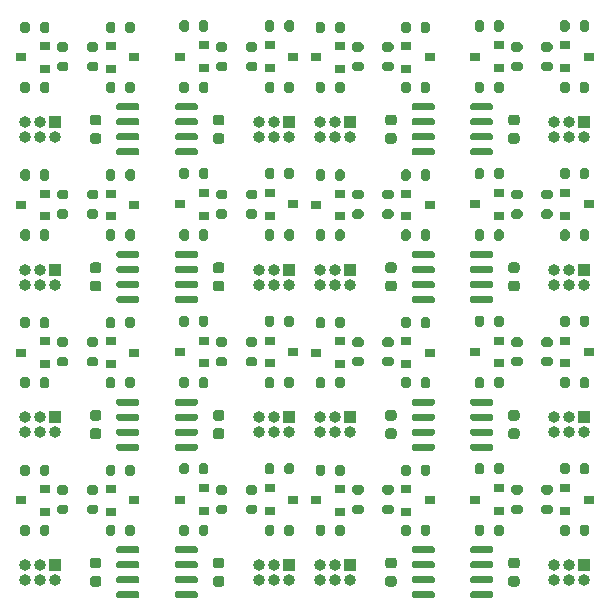
<source format=gbr>
%TF.GenerationSoftware,KiCad,Pcbnew,(5.1.10)-1*%
%TF.CreationDate,2022-01-17T18:26:10+07:00*%
%TF.ProjectId,ADuM_I2C_v3_pnlz2x4,4144754d-5f49-4324-935f-76335f706e6c,rev?*%
%TF.SameCoordinates,Original*%
%TF.FileFunction,Soldermask,Top*%
%TF.FilePolarity,Negative*%
%FSLAX46Y46*%
G04 Gerber Fmt 4.6, Leading zero omitted, Abs format (unit mm)*
G04 Created by KiCad (PCBNEW (5.1.10)-1) date 2022-01-17 18:26:10*
%MOMM*%
%LPD*%
G01*
G04 APERTURE LIST*
%ADD10R,1.000000X1.000000*%
%ADD11O,1.000000X1.000000*%
%ADD12R,0.900000X0.800000*%
G04 APERTURE END LIST*
%TO.C,R23*%
G36*
G01*
X145075000Y-123298000D02*
X145075000Y-122748000D01*
G75*
G02*
X145275000Y-122548000I200000J0D01*
G01*
X145675000Y-122548000D01*
G75*
G02*
X145875000Y-122748000I0J-200000D01*
G01*
X145875000Y-123298000D01*
G75*
G02*
X145675000Y-123498000I-200000J0D01*
G01*
X145275000Y-123498000D01*
G75*
G02*
X145075000Y-123298000I0J200000D01*
G01*
G37*
G36*
G01*
X143425000Y-123298000D02*
X143425000Y-122748000D01*
G75*
G02*
X143625000Y-122548000I200000J0D01*
G01*
X144025000Y-122548000D01*
G75*
G02*
X144225000Y-122748000I0J-200000D01*
G01*
X144225000Y-123298000D01*
G75*
G02*
X144025000Y-123498000I-200000J0D01*
G01*
X143625000Y-123498000D01*
G75*
G02*
X143425000Y-123298000I0J200000D01*
G01*
G37*
%TD*%
%TO.C,R23*%
G36*
G01*
X120075000Y-123298000D02*
X120075000Y-122748000D01*
G75*
G02*
X120275000Y-122548000I200000J0D01*
G01*
X120675000Y-122548000D01*
G75*
G02*
X120875000Y-122748000I0J-200000D01*
G01*
X120875000Y-123298000D01*
G75*
G02*
X120675000Y-123498000I-200000J0D01*
G01*
X120275000Y-123498000D01*
G75*
G02*
X120075000Y-123298000I0J200000D01*
G01*
G37*
G36*
G01*
X118425000Y-123298000D02*
X118425000Y-122748000D01*
G75*
G02*
X118625000Y-122548000I200000J0D01*
G01*
X119025000Y-122548000D01*
G75*
G02*
X119225000Y-122748000I0J-200000D01*
G01*
X119225000Y-123298000D01*
G75*
G02*
X119025000Y-123498000I-200000J0D01*
G01*
X118625000Y-123498000D01*
G75*
G02*
X118425000Y-123298000I0J200000D01*
G01*
G37*
%TD*%
%TO.C,R23*%
G36*
G01*
X145075000Y-110798000D02*
X145075000Y-110248000D01*
G75*
G02*
X145275000Y-110048000I200000J0D01*
G01*
X145675000Y-110048000D01*
G75*
G02*
X145875000Y-110248000I0J-200000D01*
G01*
X145875000Y-110798000D01*
G75*
G02*
X145675000Y-110998000I-200000J0D01*
G01*
X145275000Y-110998000D01*
G75*
G02*
X145075000Y-110798000I0J200000D01*
G01*
G37*
G36*
G01*
X143425000Y-110798000D02*
X143425000Y-110248000D01*
G75*
G02*
X143625000Y-110048000I200000J0D01*
G01*
X144025000Y-110048000D01*
G75*
G02*
X144225000Y-110248000I0J-200000D01*
G01*
X144225000Y-110798000D01*
G75*
G02*
X144025000Y-110998000I-200000J0D01*
G01*
X143625000Y-110998000D01*
G75*
G02*
X143425000Y-110798000I0J200000D01*
G01*
G37*
%TD*%
%TO.C,R23*%
G36*
G01*
X120075000Y-110798000D02*
X120075000Y-110248000D01*
G75*
G02*
X120275000Y-110048000I200000J0D01*
G01*
X120675000Y-110048000D01*
G75*
G02*
X120875000Y-110248000I0J-200000D01*
G01*
X120875000Y-110798000D01*
G75*
G02*
X120675000Y-110998000I-200000J0D01*
G01*
X120275000Y-110998000D01*
G75*
G02*
X120075000Y-110798000I0J200000D01*
G01*
G37*
G36*
G01*
X118425000Y-110798000D02*
X118425000Y-110248000D01*
G75*
G02*
X118625000Y-110048000I200000J0D01*
G01*
X119025000Y-110048000D01*
G75*
G02*
X119225000Y-110248000I0J-200000D01*
G01*
X119225000Y-110798000D01*
G75*
G02*
X119025000Y-110998000I-200000J0D01*
G01*
X118625000Y-110998000D01*
G75*
G02*
X118425000Y-110798000I0J200000D01*
G01*
G37*
%TD*%
%TO.C,R23*%
G36*
G01*
X145075000Y-98298000D02*
X145075000Y-97748000D01*
G75*
G02*
X145275000Y-97548000I200000J0D01*
G01*
X145675000Y-97548000D01*
G75*
G02*
X145875000Y-97748000I0J-200000D01*
G01*
X145875000Y-98298000D01*
G75*
G02*
X145675000Y-98498000I-200000J0D01*
G01*
X145275000Y-98498000D01*
G75*
G02*
X145075000Y-98298000I0J200000D01*
G01*
G37*
G36*
G01*
X143425000Y-98298000D02*
X143425000Y-97748000D01*
G75*
G02*
X143625000Y-97548000I200000J0D01*
G01*
X144025000Y-97548000D01*
G75*
G02*
X144225000Y-97748000I0J-200000D01*
G01*
X144225000Y-98298000D01*
G75*
G02*
X144025000Y-98498000I-200000J0D01*
G01*
X143625000Y-98498000D01*
G75*
G02*
X143425000Y-98298000I0J200000D01*
G01*
G37*
%TD*%
%TO.C,R23*%
G36*
G01*
X120075000Y-98298000D02*
X120075000Y-97748000D01*
G75*
G02*
X120275000Y-97548000I200000J0D01*
G01*
X120675000Y-97548000D01*
G75*
G02*
X120875000Y-97748000I0J-200000D01*
G01*
X120875000Y-98298000D01*
G75*
G02*
X120675000Y-98498000I-200000J0D01*
G01*
X120275000Y-98498000D01*
G75*
G02*
X120075000Y-98298000I0J200000D01*
G01*
G37*
G36*
G01*
X118425000Y-98298000D02*
X118425000Y-97748000D01*
G75*
G02*
X118625000Y-97548000I200000J0D01*
G01*
X119025000Y-97548000D01*
G75*
G02*
X119225000Y-97748000I0J-200000D01*
G01*
X119225000Y-98298000D01*
G75*
G02*
X119025000Y-98498000I-200000J0D01*
G01*
X118625000Y-98498000D01*
G75*
G02*
X118425000Y-98298000I0J200000D01*
G01*
G37*
%TD*%
%TO.C,R23*%
G36*
G01*
X145075000Y-85798000D02*
X145075000Y-85248000D01*
G75*
G02*
X145275000Y-85048000I200000J0D01*
G01*
X145675000Y-85048000D01*
G75*
G02*
X145875000Y-85248000I0J-200000D01*
G01*
X145875000Y-85798000D01*
G75*
G02*
X145675000Y-85998000I-200000J0D01*
G01*
X145275000Y-85998000D01*
G75*
G02*
X145075000Y-85798000I0J200000D01*
G01*
G37*
G36*
G01*
X143425000Y-85798000D02*
X143425000Y-85248000D01*
G75*
G02*
X143625000Y-85048000I200000J0D01*
G01*
X144025000Y-85048000D01*
G75*
G02*
X144225000Y-85248000I0J-200000D01*
G01*
X144225000Y-85798000D01*
G75*
G02*
X144025000Y-85998000I-200000J0D01*
G01*
X143625000Y-85998000D01*
G75*
G02*
X143425000Y-85798000I0J200000D01*
G01*
G37*
%TD*%
%TO.C,U2*%
G36*
G01*
X158450000Y-128334000D02*
X158450000Y-128634000D01*
G75*
G02*
X158300000Y-128784000I-150000J0D01*
G01*
X156650000Y-128784000D01*
G75*
G02*
X156500000Y-128634000I0J150000D01*
G01*
X156500000Y-128334000D01*
G75*
G02*
X156650000Y-128184000I150000J0D01*
G01*
X158300000Y-128184000D01*
G75*
G02*
X158450000Y-128334000I0J-150000D01*
G01*
G37*
G36*
G01*
X158450000Y-127064000D02*
X158450000Y-127364000D01*
G75*
G02*
X158300000Y-127514000I-150000J0D01*
G01*
X156650000Y-127514000D01*
G75*
G02*
X156500000Y-127364000I0J150000D01*
G01*
X156500000Y-127064000D01*
G75*
G02*
X156650000Y-126914000I150000J0D01*
G01*
X158300000Y-126914000D01*
G75*
G02*
X158450000Y-127064000I0J-150000D01*
G01*
G37*
G36*
G01*
X158450000Y-125794000D02*
X158450000Y-126094000D01*
G75*
G02*
X158300000Y-126244000I-150000J0D01*
G01*
X156650000Y-126244000D01*
G75*
G02*
X156500000Y-126094000I0J150000D01*
G01*
X156500000Y-125794000D01*
G75*
G02*
X156650000Y-125644000I150000J0D01*
G01*
X158300000Y-125644000D01*
G75*
G02*
X158450000Y-125794000I0J-150000D01*
G01*
G37*
G36*
G01*
X158450000Y-124524000D02*
X158450000Y-124824000D01*
G75*
G02*
X158300000Y-124974000I-150000J0D01*
G01*
X156650000Y-124974000D01*
G75*
G02*
X156500000Y-124824000I0J150000D01*
G01*
X156500000Y-124524000D01*
G75*
G02*
X156650000Y-124374000I150000J0D01*
G01*
X158300000Y-124374000D01*
G75*
G02*
X158450000Y-124524000I0J-150000D01*
G01*
G37*
G36*
G01*
X153500000Y-124524000D02*
X153500000Y-124824000D01*
G75*
G02*
X153350000Y-124974000I-150000J0D01*
G01*
X151700000Y-124974000D01*
G75*
G02*
X151550000Y-124824000I0J150000D01*
G01*
X151550000Y-124524000D01*
G75*
G02*
X151700000Y-124374000I150000J0D01*
G01*
X153350000Y-124374000D01*
G75*
G02*
X153500000Y-124524000I0J-150000D01*
G01*
G37*
G36*
G01*
X153500000Y-125794000D02*
X153500000Y-126094000D01*
G75*
G02*
X153350000Y-126244000I-150000J0D01*
G01*
X151700000Y-126244000D01*
G75*
G02*
X151550000Y-126094000I0J150000D01*
G01*
X151550000Y-125794000D01*
G75*
G02*
X151700000Y-125644000I150000J0D01*
G01*
X153350000Y-125644000D01*
G75*
G02*
X153500000Y-125794000I0J-150000D01*
G01*
G37*
G36*
G01*
X153500000Y-127064000D02*
X153500000Y-127364000D01*
G75*
G02*
X153350000Y-127514000I-150000J0D01*
G01*
X151700000Y-127514000D01*
G75*
G02*
X151550000Y-127364000I0J150000D01*
G01*
X151550000Y-127064000D01*
G75*
G02*
X151700000Y-126914000I150000J0D01*
G01*
X153350000Y-126914000D01*
G75*
G02*
X153500000Y-127064000I0J-150000D01*
G01*
G37*
G36*
G01*
X153500000Y-128334000D02*
X153500000Y-128634000D01*
G75*
G02*
X153350000Y-128784000I-150000J0D01*
G01*
X151700000Y-128784000D01*
G75*
G02*
X151550000Y-128634000I0J150000D01*
G01*
X151550000Y-128334000D01*
G75*
G02*
X151700000Y-128184000I150000J0D01*
G01*
X153350000Y-128184000D01*
G75*
G02*
X153500000Y-128334000I0J-150000D01*
G01*
G37*
%TD*%
%TO.C,U2*%
G36*
G01*
X133450000Y-128334000D02*
X133450000Y-128634000D01*
G75*
G02*
X133300000Y-128784000I-150000J0D01*
G01*
X131650000Y-128784000D01*
G75*
G02*
X131500000Y-128634000I0J150000D01*
G01*
X131500000Y-128334000D01*
G75*
G02*
X131650000Y-128184000I150000J0D01*
G01*
X133300000Y-128184000D01*
G75*
G02*
X133450000Y-128334000I0J-150000D01*
G01*
G37*
G36*
G01*
X133450000Y-127064000D02*
X133450000Y-127364000D01*
G75*
G02*
X133300000Y-127514000I-150000J0D01*
G01*
X131650000Y-127514000D01*
G75*
G02*
X131500000Y-127364000I0J150000D01*
G01*
X131500000Y-127064000D01*
G75*
G02*
X131650000Y-126914000I150000J0D01*
G01*
X133300000Y-126914000D01*
G75*
G02*
X133450000Y-127064000I0J-150000D01*
G01*
G37*
G36*
G01*
X133450000Y-125794000D02*
X133450000Y-126094000D01*
G75*
G02*
X133300000Y-126244000I-150000J0D01*
G01*
X131650000Y-126244000D01*
G75*
G02*
X131500000Y-126094000I0J150000D01*
G01*
X131500000Y-125794000D01*
G75*
G02*
X131650000Y-125644000I150000J0D01*
G01*
X133300000Y-125644000D01*
G75*
G02*
X133450000Y-125794000I0J-150000D01*
G01*
G37*
G36*
G01*
X133450000Y-124524000D02*
X133450000Y-124824000D01*
G75*
G02*
X133300000Y-124974000I-150000J0D01*
G01*
X131650000Y-124974000D01*
G75*
G02*
X131500000Y-124824000I0J150000D01*
G01*
X131500000Y-124524000D01*
G75*
G02*
X131650000Y-124374000I150000J0D01*
G01*
X133300000Y-124374000D01*
G75*
G02*
X133450000Y-124524000I0J-150000D01*
G01*
G37*
G36*
G01*
X128500000Y-124524000D02*
X128500000Y-124824000D01*
G75*
G02*
X128350000Y-124974000I-150000J0D01*
G01*
X126700000Y-124974000D01*
G75*
G02*
X126550000Y-124824000I0J150000D01*
G01*
X126550000Y-124524000D01*
G75*
G02*
X126700000Y-124374000I150000J0D01*
G01*
X128350000Y-124374000D01*
G75*
G02*
X128500000Y-124524000I0J-150000D01*
G01*
G37*
G36*
G01*
X128500000Y-125794000D02*
X128500000Y-126094000D01*
G75*
G02*
X128350000Y-126244000I-150000J0D01*
G01*
X126700000Y-126244000D01*
G75*
G02*
X126550000Y-126094000I0J150000D01*
G01*
X126550000Y-125794000D01*
G75*
G02*
X126700000Y-125644000I150000J0D01*
G01*
X128350000Y-125644000D01*
G75*
G02*
X128500000Y-125794000I0J-150000D01*
G01*
G37*
G36*
G01*
X128500000Y-127064000D02*
X128500000Y-127364000D01*
G75*
G02*
X128350000Y-127514000I-150000J0D01*
G01*
X126700000Y-127514000D01*
G75*
G02*
X126550000Y-127364000I0J150000D01*
G01*
X126550000Y-127064000D01*
G75*
G02*
X126700000Y-126914000I150000J0D01*
G01*
X128350000Y-126914000D01*
G75*
G02*
X128500000Y-127064000I0J-150000D01*
G01*
G37*
G36*
G01*
X128500000Y-128334000D02*
X128500000Y-128634000D01*
G75*
G02*
X128350000Y-128784000I-150000J0D01*
G01*
X126700000Y-128784000D01*
G75*
G02*
X126550000Y-128634000I0J150000D01*
G01*
X126550000Y-128334000D01*
G75*
G02*
X126700000Y-128184000I150000J0D01*
G01*
X128350000Y-128184000D01*
G75*
G02*
X128500000Y-128334000I0J-150000D01*
G01*
G37*
%TD*%
%TO.C,U2*%
G36*
G01*
X158450000Y-115834000D02*
X158450000Y-116134000D01*
G75*
G02*
X158300000Y-116284000I-150000J0D01*
G01*
X156650000Y-116284000D01*
G75*
G02*
X156500000Y-116134000I0J150000D01*
G01*
X156500000Y-115834000D01*
G75*
G02*
X156650000Y-115684000I150000J0D01*
G01*
X158300000Y-115684000D01*
G75*
G02*
X158450000Y-115834000I0J-150000D01*
G01*
G37*
G36*
G01*
X158450000Y-114564000D02*
X158450000Y-114864000D01*
G75*
G02*
X158300000Y-115014000I-150000J0D01*
G01*
X156650000Y-115014000D01*
G75*
G02*
X156500000Y-114864000I0J150000D01*
G01*
X156500000Y-114564000D01*
G75*
G02*
X156650000Y-114414000I150000J0D01*
G01*
X158300000Y-114414000D01*
G75*
G02*
X158450000Y-114564000I0J-150000D01*
G01*
G37*
G36*
G01*
X158450000Y-113294000D02*
X158450000Y-113594000D01*
G75*
G02*
X158300000Y-113744000I-150000J0D01*
G01*
X156650000Y-113744000D01*
G75*
G02*
X156500000Y-113594000I0J150000D01*
G01*
X156500000Y-113294000D01*
G75*
G02*
X156650000Y-113144000I150000J0D01*
G01*
X158300000Y-113144000D01*
G75*
G02*
X158450000Y-113294000I0J-150000D01*
G01*
G37*
G36*
G01*
X158450000Y-112024000D02*
X158450000Y-112324000D01*
G75*
G02*
X158300000Y-112474000I-150000J0D01*
G01*
X156650000Y-112474000D01*
G75*
G02*
X156500000Y-112324000I0J150000D01*
G01*
X156500000Y-112024000D01*
G75*
G02*
X156650000Y-111874000I150000J0D01*
G01*
X158300000Y-111874000D01*
G75*
G02*
X158450000Y-112024000I0J-150000D01*
G01*
G37*
G36*
G01*
X153500000Y-112024000D02*
X153500000Y-112324000D01*
G75*
G02*
X153350000Y-112474000I-150000J0D01*
G01*
X151700000Y-112474000D01*
G75*
G02*
X151550000Y-112324000I0J150000D01*
G01*
X151550000Y-112024000D01*
G75*
G02*
X151700000Y-111874000I150000J0D01*
G01*
X153350000Y-111874000D01*
G75*
G02*
X153500000Y-112024000I0J-150000D01*
G01*
G37*
G36*
G01*
X153500000Y-113294000D02*
X153500000Y-113594000D01*
G75*
G02*
X153350000Y-113744000I-150000J0D01*
G01*
X151700000Y-113744000D01*
G75*
G02*
X151550000Y-113594000I0J150000D01*
G01*
X151550000Y-113294000D01*
G75*
G02*
X151700000Y-113144000I150000J0D01*
G01*
X153350000Y-113144000D01*
G75*
G02*
X153500000Y-113294000I0J-150000D01*
G01*
G37*
G36*
G01*
X153500000Y-114564000D02*
X153500000Y-114864000D01*
G75*
G02*
X153350000Y-115014000I-150000J0D01*
G01*
X151700000Y-115014000D01*
G75*
G02*
X151550000Y-114864000I0J150000D01*
G01*
X151550000Y-114564000D01*
G75*
G02*
X151700000Y-114414000I150000J0D01*
G01*
X153350000Y-114414000D01*
G75*
G02*
X153500000Y-114564000I0J-150000D01*
G01*
G37*
G36*
G01*
X153500000Y-115834000D02*
X153500000Y-116134000D01*
G75*
G02*
X153350000Y-116284000I-150000J0D01*
G01*
X151700000Y-116284000D01*
G75*
G02*
X151550000Y-116134000I0J150000D01*
G01*
X151550000Y-115834000D01*
G75*
G02*
X151700000Y-115684000I150000J0D01*
G01*
X153350000Y-115684000D01*
G75*
G02*
X153500000Y-115834000I0J-150000D01*
G01*
G37*
%TD*%
%TO.C,U2*%
G36*
G01*
X133450000Y-115834000D02*
X133450000Y-116134000D01*
G75*
G02*
X133300000Y-116284000I-150000J0D01*
G01*
X131650000Y-116284000D01*
G75*
G02*
X131500000Y-116134000I0J150000D01*
G01*
X131500000Y-115834000D01*
G75*
G02*
X131650000Y-115684000I150000J0D01*
G01*
X133300000Y-115684000D01*
G75*
G02*
X133450000Y-115834000I0J-150000D01*
G01*
G37*
G36*
G01*
X133450000Y-114564000D02*
X133450000Y-114864000D01*
G75*
G02*
X133300000Y-115014000I-150000J0D01*
G01*
X131650000Y-115014000D01*
G75*
G02*
X131500000Y-114864000I0J150000D01*
G01*
X131500000Y-114564000D01*
G75*
G02*
X131650000Y-114414000I150000J0D01*
G01*
X133300000Y-114414000D01*
G75*
G02*
X133450000Y-114564000I0J-150000D01*
G01*
G37*
G36*
G01*
X133450000Y-113294000D02*
X133450000Y-113594000D01*
G75*
G02*
X133300000Y-113744000I-150000J0D01*
G01*
X131650000Y-113744000D01*
G75*
G02*
X131500000Y-113594000I0J150000D01*
G01*
X131500000Y-113294000D01*
G75*
G02*
X131650000Y-113144000I150000J0D01*
G01*
X133300000Y-113144000D01*
G75*
G02*
X133450000Y-113294000I0J-150000D01*
G01*
G37*
G36*
G01*
X133450000Y-112024000D02*
X133450000Y-112324000D01*
G75*
G02*
X133300000Y-112474000I-150000J0D01*
G01*
X131650000Y-112474000D01*
G75*
G02*
X131500000Y-112324000I0J150000D01*
G01*
X131500000Y-112024000D01*
G75*
G02*
X131650000Y-111874000I150000J0D01*
G01*
X133300000Y-111874000D01*
G75*
G02*
X133450000Y-112024000I0J-150000D01*
G01*
G37*
G36*
G01*
X128500000Y-112024000D02*
X128500000Y-112324000D01*
G75*
G02*
X128350000Y-112474000I-150000J0D01*
G01*
X126700000Y-112474000D01*
G75*
G02*
X126550000Y-112324000I0J150000D01*
G01*
X126550000Y-112024000D01*
G75*
G02*
X126700000Y-111874000I150000J0D01*
G01*
X128350000Y-111874000D01*
G75*
G02*
X128500000Y-112024000I0J-150000D01*
G01*
G37*
G36*
G01*
X128500000Y-113294000D02*
X128500000Y-113594000D01*
G75*
G02*
X128350000Y-113744000I-150000J0D01*
G01*
X126700000Y-113744000D01*
G75*
G02*
X126550000Y-113594000I0J150000D01*
G01*
X126550000Y-113294000D01*
G75*
G02*
X126700000Y-113144000I150000J0D01*
G01*
X128350000Y-113144000D01*
G75*
G02*
X128500000Y-113294000I0J-150000D01*
G01*
G37*
G36*
G01*
X128500000Y-114564000D02*
X128500000Y-114864000D01*
G75*
G02*
X128350000Y-115014000I-150000J0D01*
G01*
X126700000Y-115014000D01*
G75*
G02*
X126550000Y-114864000I0J150000D01*
G01*
X126550000Y-114564000D01*
G75*
G02*
X126700000Y-114414000I150000J0D01*
G01*
X128350000Y-114414000D01*
G75*
G02*
X128500000Y-114564000I0J-150000D01*
G01*
G37*
G36*
G01*
X128500000Y-115834000D02*
X128500000Y-116134000D01*
G75*
G02*
X128350000Y-116284000I-150000J0D01*
G01*
X126700000Y-116284000D01*
G75*
G02*
X126550000Y-116134000I0J150000D01*
G01*
X126550000Y-115834000D01*
G75*
G02*
X126700000Y-115684000I150000J0D01*
G01*
X128350000Y-115684000D01*
G75*
G02*
X128500000Y-115834000I0J-150000D01*
G01*
G37*
%TD*%
%TO.C,U2*%
G36*
G01*
X158450000Y-103334000D02*
X158450000Y-103634000D01*
G75*
G02*
X158300000Y-103784000I-150000J0D01*
G01*
X156650000Y-103784000D01*
G75*
G02*
X156500000Y-103634000I0J150000D01*
G01*
X156500000Y-103334000D01*
G75*
G02*
X156650000Y-103184000I150000J0D01*
G01*
X158300000Y-103184000D01*
G75*
G02*
X158450000Y-103334000I0J-150000D01*
G01*
G37*
G36*
G01*
X158450000Y-102064000D02*
X158450000Y-102364000D01*
G75*
G02*
X158300000Y-102514000I-150000J0D01*
G01*
X156650000Y-102514000D01*
G75*
G02*
X156500000Y-102364000I0J150000D01*
G01*
X156500000Y-102064000D01*
G75*
G02*
X156650000Y-101914000I150000J0D01*
G01*
X158300000Y-101914000D01*
G75*
G02*
X158450000Y-102064000I0J-150000D01*
G01*
G37*
G36*
G01*
X158450000Y-100794000D02*
X158450000Y-101094000D01*
G75*
G02*
X158300000Y-101244000I-150000J0D01*
G01*
X156650000Y-101244000D01*
G75*
G02*
X156500000Y-101094000I0J150000D01*
G01*
X156500000Y-100794000D01*
G75*
G02*
X156650000Y-100644000I150000J0D01*
G01*
X158300000Y-100644000D01*
G75*
G02*
X158450000Y-100794000I0J-150000D01*
G01*
G37*
G36*
G01*
X158450000Y-99524000D02*
X158450000Y-99824000D01*
G75*
G02*
X158300000Y-99974000I-150000J0D01*
G01*
X156650000Y-99974000D01*
G75*
G02*
X156500000Y-99824000I0J150000D01*
G01*
X156500000Y-99524000D01*
G75*
G02*
X156650000Y-99374000I150000J0D01*
G01*
X158300000Y-99374000D01*
G75*
G02*
X158450000Y-99524000I0J-150000D01*
G01*
G37*
G36*
G01*
X153500000Y-99524000D02*
X153500000Y-99824000D01*
G75*
G02*
X153350000Y-99974000I-150000J0D01*
G01*
X151700000Y-99974000D01*
G75*
G02*
X151550000Y-99824000I0J150000D01*
G01*
X151550000Y-99524000D01*
G75*
G02*
X151700000Y-99374000I150000J0D01*
G01*
X153350000Y-99374000D01*
G75*
G02*
X153500000Y-99524000I0J-150000D01*
G01*
G37*
G36*
G01*
X153500000Y-100794000D02*
X153500000Y-101094000D01*
G75*
G02*
X153350000Y-101244000I-150000J0D01*
G01*
X151700000Y-101244000D01*
G75*
G02*
X151550000Y-101094000I0J150000D01*
G01*
X151550000Y-100794000D01*
G75*
G02*
X151700000Y-100644000I150000J0D01*
G01*
X153350000Y-100644000D01*
G75*
G02*
X153500000Y-100794000I0J-150000D01*
G01*
G37*
G36*
G01*
X153500000Y-102064000D02*
X153500000Y-102364000D01*
G75*
G02*
X153350000Y-102514000I-150000J0D01*
G01*
X151700000Y-102514000D01*
G75*
G02*
X151550000Y-102364000I0J150000D01*
G01*
X151550000Y-102064000D01*
G75*
G02*
X151700000Y-101914000I150000J0D01*
G01*
X153350000Y-101914000D01*
G75*
G02*
X153500000Y-102064000I0J-150000D01*
G01*
G37*
G36*
G01*
X153500000Y-103334000D02*
X153500000Y-103634000D01*
G75*
G02*
X153350000Y-103784000I-150000J0D01*
G01*
X151700000Y-103784000D01*
G75*
G02*
X151550000Y-103634000I0J150000D01*
G01*
X151550000Y-103334000D01*
G75*
G02*
X151700000Y-103184000I150000J0D01*
G01*
X153350000Y-103184000D01*
G75*
G02*
X153500000Y-103334000I0J-150000D01*
G01*
G37*
%TD*%
%TO.C,U2*%
G36*
G01*
X133450000Y-103334000D02*
X133450000Y-103634000D01*
G75*
G02*
X133300000Y-103784000I-150000J0D01*
G01*
X131650000Y-103784000D01*
G75*
G02*
X131500000Y-103634000I0J150000D01*
G01*
X131500000Y-103334000D01*
G75*
G02*
X131650000Y-103184000I150000J0D01*
G01*
X133300000Y-103184000D01*
G75*
G02*
X133450000Y-103334000I0J-150000D01*
G01*
G37*
G36*
G01*
X133450000Y-102064000D02*
X133450000Y-102364000D01*
G75*
G02*
X133300000Y-102514000I-150000J0D01*
G01*
X131650000Y-102514000D01*
G75*
G02*
X131500000Y-102364000I0J150000D01*
G01*
X131500000Y-102064000D01*
G75*
G02*
X131650000Y-101914000I150000J0D01*
G01*
X133300000Y-101914000D01*
G75*
G02*
X133450000Y-102064000I0J-150000D01*
G01*
G37*
G36*
G01*
X133450000Y-100794000D02*
X133450000Y-101094000D01*
G75*
G02*
X133300000Y-101244000I-150000J0D01*
G01*
X131650000Y-101244000D01*
G75*
G02*
X131500000Y-101094000I0J150000D01*
G01*
X131500000Y-100794000D01*
G75*
G02*
X131650000Y-100644000I150000J0D01*
G01*
X133300000Y-100644000D01*
G75*
G02*
X133450000Y-100794000I0J-150000D01*
G01*
G37*
G36*
G01*
X133450000Y-99524000D02*
X133450000Y-99824000D01*
G75*
G02*
X133300000Y-99974000I-150000J0D01*
G01*
X131650000Y-99974000D01*
G75*
G02*
X131500000Y-99824000I0J150000D01*
G01*
X131500000Y-99524000D01*
G75*
G02*
X131650000Y-99374000I150000J0D01*
G01*
X133300000Y-99374000D01*
G75*
G02*
X133450000Y-99524000I0J-150000D01*
G01*
G37*
G36*
G01*
X128500000Y-99524000D02*
X128500000Y-99824000D01*
G75*
G02*
X128350000Y-99974000I-150000J0D01*
G01*
X126700000Y-99974000D01*
G75*
G02*
X126550000Y-99824000I0J150000D01*
G01*
X126550000Y-99524000D01*
G75*
G02*
X126700000Y-99374000I150000J0D01*
G01*
X128350000Y-99374000D01*
G75*
G02*
X128500000Y-99524000I0J-150000D01*
G01*
G37*
G36*
G01*
X128500000Y-100794000D02*
X128500000Y-101094000D01*
G75*
G02*
X128350000Y-101244000I-150000J0D01*
G01*
X126700000Y-101244000D01*
G75*
G02*
X126550000Y-101094000I0J150000D01*
G01*
X126550000Y-100794000D01*
G75*
G02*
X126700000Y-100644000I150000J0D01*
G01*
X128350000Y-100644000D01*
G75*
G02*
X128500000Y-100794000I0J-150000D01*
G01*
G37*
G36*
G01*
X128500000Y-102064000D02*
X128500000Y-102364000D01*
G75*
G02*
X128350000Y-102514000I-150000J0D01*
G01*
X126700000Y-102514000D01*
G75*
G02*
X126550000Y-102364000I0J150000D01*
G01*
X126550000Y-102064000D01*
G75*
G02*
X126700000Y-101914000I150000J0D01*
G01*
X128350000Y-101914000D01*
G75*
G02*
X128500000Y-102064000I0J-150000D01*
G01*
G37*
G36*
G01*
X128500000Y-103334000D02*
X128500000Y-103634000D01*
G75*
G02*
X128350000Y-103784000I-150000J0D01*
G01*
X126700000Y-103784000D01*
G75*
G02*
X126550000Y-103634000I0J150000D01*
G01*
X126550000Y-103334000D01*
G75*
G02*
X126700000Y-103184000I150000J0D01*
G01*
X128350000Y-103184000D01*
G75*
G02*
X128500000Y-103334000I0J-150000D01*
G01*
G37*
%TD*%
%TO.C,U2*%
G36*
G01*
X158450000Y-90834000D02*
X158450000Y-91134000D01*
G75*
G02*
X158300000Y-91284000I-150000J0D01*
G01*
X156650000Y-91284000D01*
G75*
G02*
X156500000Y-91134000I0J150000D01*
G01*
X156500000Y-90834000D01*
G75*
G02*
X156650000Y-90684000I150000J0D01*
G01*
X158300000Y-90684000D01*
G75*
G02*
X158450000Y-90834000I0J-150000D01*
G01*
G37*
G36*
G01*
X158450000Y-89564000D02*
X158450000Y-89864000D01*
G75*
G02*
X158300000Y-90014000I-150000J0D01*
G01*
X156650000Y-90014000D01*
G75*
G02*
X156500000Y-89864000I0J150000D01*
G01*
X156500000Y-89564000D01*
G75*
G02*
X156650000Y-89414000I150000J0D01*
G01*
X158300000Y-89414000D01*
G75*
G02*
X158450000Y-89564000I0J-150000D01*
G01*
G37*
G36*
G01*
X158450000Y-88294000D02*
X158450000Y-88594000D01*
G75*
G02*
X158300000Y-88744000I-150000J0D01*
G01*
X156650000Y-88744000D01*
G75*
G02*
X156500000Y-88594000I0J150000D01*
G01*
X156500000Y-88294000D01*
G75*
G02*
X156650000Y-88144000I150000J0D01*
G01*
X158300000Y-88144000D01*
G75*
G02*
X158450000Y-88294000I0J-150000D01*
G01*
G37*
G36*
G01*
X158450000Y-87024000D02*
X158450000Y-87324000D01*
G75*
G02*
X158300000Y-87474000I-150000J0D01*
G01*
X156650000Y-87474000D01*
G75*
G02*
X156500000Y-87324000I0J150000D01*
G01*
X156500000Y-87024000D01*
G75*
G02*
X156650000Y-86874000I150000J0D01*
G01*
X158300000Y-86874000D01*
G75*
G02*
X158450000Y-87024000I0J-150000D01*
G01*
G37*
G36*
G01*
X153500000Y-87024000D02*
X153500000Y-87324000D01*
G75*
G02*
X153350000Y-87474000I-150000J0D01*
G01*
X151700000Y-87474000D01*
G75*
G02*
X151550000Y-87324000I0J150000D01*
G01*
X151550000Y-87024000D01*
G75*
G02*
X151700000Y-86874000I150000J0D01*
G01*
X153350000Y-86874000D01*
G75*
G02*
X153500000Y-87024000I0J-150000D01*
G01*
G37*
G36*
G01*
X153500000Y-88294000D02*
X153500000Y-88594000D01*
G75*
G02*
X153350000Y-88744000I-150000J0D01*
G01*
X151700000Y-88744000D01*
G75*
G02*
X151550000Y-88594000I0J150000D01*
G01*
X151550000Y-88294000D01*
G75*
G02*
X151700000Y-88144000I150000J0D01*
G01*
X153350000Y-88144000D01*
G75*
G02*
X153500000Y-88294000I0J-150000D01*
G01*
G37*
G36*
G01*
X153500000Y-89564000D02*
X153500000Y-89864000D01*
G75*
G02*
X153350000Y-90014000I-150000J0D01*
G01*
X151700000Y-90014000D01*
G75*
G02*
X151550000Y-89864000I0J150000D01*
G01*
X151550000Y-89564000D01*
G75*
G02*
X151700000Y-89414000I150000J0D01*
G01*
X153350000Y-89414000D01*
G75*
G02*
X153500000Y-89564000I0J-150000D01*
G01*
G37*
G36*
G01*
X153500000Y-90834000D02*
X153500000Y-91134000D01*
G75*
G02*
X153350000Y-91284000I-150000J0D01*
G01*
X151700000Y-91284000D01*
G75*
G02*
X151550000Y-91134000I0J150000D01*
G01*
X151550000Y-90834000D01*
G75*
G02*
X151700000Y-90684000I150000J0D01*
G01*
X153350000Y-90684000D01*
G75*
G02*
X153500000Y-90834000I0J-150000D01*
G01*
G37*
%TD*%
D10*
%TO.C,J2*%
X146364000Y-125944000D03*
D11*
X146364000Y-127214000D03*
X145094000Y-125944000D03*
X145094000Y-127214000D03*
X143824000Y-125944000D03*
X143824000Y-127214000D03*
%TD*%
D10*
%TO.C,J2*%
X121364000Y-125944000D03*
D11*
X121364000Y-127214000D03*
X120094000Y-125944000D03*
X120094000Y-127214000D03*
X118824000Y-125944000D03*
X118824000Y-127214000D03*
%TD*%
D10*
%TO.C,J2*%
X146364000Y-113444000D03*
D11*
X146364000Y-114714000D03*
X145094000Y-113444000D03*
X145094000Y-114714000D03*
X143824000Y-113444000D03*
X143824000Y-114714000D03*
%TD*%
D10*
%TO.C,J2*%
X121364000Y-113444000D03*
D11*
X121364000Y-114714000D03*
X120094000Y-113444000D03*
X120094000Y-114714000D03*
X118824000Y-113444000D03*
X118824000Y-114714000D03*
%TD*%
D10*
%TO.C,J2*%
X146364000Y-100944000D03*
D11*
X146364000Y-102214000D03*
X145094000Y-100944000D03*
X145094000Y-102214000D03*
X143824000Y-100944000D03*
X143824000Y-102214000D03*
%TD*%
D10*
%TO.C,J2*%
X121364000Y-100944000D03*
D11*
X121364000Y-102214000D03*
X120094000Y-100944000D03*
X120094000Y-102214000D03*
X118824000Y-100944000D03*
X118824000Y-102214000D03*
%TD*%
D10*
%TO.C,J2*%
X146364000Y-88444000D03*
D11*
X146364000Y-89714000D03*
X145094000Y-88444000D03*
X145094000Y-89714000D03*
X143824000Y-88444000D03*
X143824000Y-89714000D03*
%TD*%
D10*
%TO.C,J1*%
X166176000Y-125944000D03*
D11*
X166176000Y-127214000D03*
X164906000Y-125944000D03*
X164906000Y-127214000D03*
X163636000Y-125944000D03*
X163636000Y-127214000D03*
%TD*%
D10*
%TO.C,J1*%
X141176000Y-125944000D03*
D11*
X141176000Y-127214000D03*
X139906000Y-125944000D03*
X139906000Y-127214000D03*
X138636000Y-125944000D03*
X138636000Y-127214000D03*
%TD*%
D10*
%TO.C,J1*%
X166176000Y-113444000D03*
D11*
X166176000Y-114714000D03*
X164906000Y-113444000D03*
X164906000Y-114714000D03*
X163636000Y-113444000D03*
X163636000Y-114714000D03*
%TD*%
D10*
%TO.C,J1*%
X141176000Y-113444000D03*
D11*
X141176000Y-114714000D03*
X139906000Y-113444000D03*
X139906000Y-114714000D03*
X138636000Y-113444000D03*
X138636000Y-114714000D03*
%TD*%
D10*
%TO.C,J1*%
X166176000Y-100944000D03*
D11*
X166176000Y-102214000D03*
X164906000Y-100944000D03*
X164906000Y-102214000D03*
X163636000Y-100944000D03*
X163636000Y-102214000D03*
%TD*%
D10*
%TO.C,J1*%
X141176000Y-100944000D03*
D11*
X141176000Y-102214000D03*
X139906000Y-100944000D03*
X139906000Y-102214000D03*
X138636000Y-100944000D03*
X138636000Y-102214000D03*
%TD*%
D10*
%TO.C,J1*%
X166176000Y-88444000D03*
D11*
X166176000Y-89714000D03*
X164906000Y-88444000D03*
X164906000Y-89714000D03*
X163636000Y-88444000D03*
X163636000Y-89714000D03*
%TD*%
%TO.C,R15*%
G36*
G01*
X147274000Y-119995000D02*
X146724000Y-119995000D01*
G75*
G02*
X146524000Y-119795000I0J200000D01*
G01*
X146524000Y-119395000D01*
G75*
G02*
X146724000Y-119195000I200000J0D01*
G01*
X147274000Y-119195000D01*
G75*
G02*
X147474000Y-119395000I0J-200000D01*
G01*
X147474000Y-119795000D01*
G75*
G02*
X147274000Y-119995000I-200000J0D01*
G01*
G37*
G36*
G01*
X147274000Y-121645000D02*
X146724000Y-121645000D01*
G75*
G02*
X146524000Y-121445000I0J200000D01*
G01*
X146524000Y-121045000D01*
G75*
G02*
X146724000Y-120845000I200000J0D01*
G01*
X147274000Y-120845000D01*
G75*
G02*
X147474000Y-121045000I0J-200000D01*
G01*
X147474000Y-121445000D01*
G75*
G02*
X147274000Y-121645000I-200000J0D01*
G01*
G37*
%TD*%
%TO.C,R15*%
G36*
G01*
X122274000Y-119995000D02*
X121724000Y-119995000D01*
G75*
G02*
X121524000Y-119795000I0J200000D01*
G01*
X121524000Y-119395000D01*
G75*
G02*
X121724000Y-119195000I200000J0D01*
G01*
X122274000Y-119195000D01*
G75*
G02*
X122474000Y-119395000I0J-200000D01*
G01*
X122474000Y-119795000D01*
G75*
G02*
X122274000Y-119995000I-200000J0D01*
G01*
G37*
G36*
G01*
X122274000Y-121645000D02*
X121724000Y-121645000D01*
G75*
G02*
X121524000Y-121445000I0J200000D01*
G01*
X121524000Y-121045000D01*
G75*
G02*
X121724000Y-120845000I200000J0D01*
G01*
X122274000Y-120845000D01*
G75*
G02*
X122474000Y-121045000I0J-200000D01*
G01*
X122474000Y-121445000D01*
G75*
G02*
X122274000Y-121645000I-200000J0D01*
G01*
G37*
%TD*%
%TO.C,R15*%
G36*
G01*
X147274000Y-107495000D02*
X146724000Y-107495000D01*
G75*
G02*
X146524000Y-107295000I0J200000D01*
G01*
X146524000Y-106895000D01*
G75*
G02*
X146724000Y-106695000I200000J0D01*
G01*
X147274000Y-106695000D01*
G75*
G02*
X147474000Y-106895000I0J-200000D01*
G01*
X147474000Y-107295000D01*
G75*
G02*
X147274000Y-107495000I-200000J0D01*
G01*
G37*
G36*
G01*
X147274000Y-109145000D02*
X146724000Y-109145000D01*
G75*
G02*
X146524000Y-108945000I0J200000D01*
G01*
X146524000Y-108545000D01*
G75*
G02*
X146724000Y-108345000I200000J0D01*
G01*
X147274000Y-108345000D01*
G75*
G02*
X147474000Y-108545000I0J-200000D01*
G01*
X147474000Y-108945000D01*
G75*
G02*
X147274000Y-109145000I-200000J0D01*
G01*
G37*
%TD*%
%TO.C,R15*%
G36*
G01*
X122274000Y-107495000D02*
X121724000Y-107495000D01*
G75*
G02*
X121524000Y-107295000I0J200000D01*
G01*
X121524000Y-106895000D01*
G75*
G02*
X121724000Y-106695000I200000J0D01*
G01*
X122274000Y-106695000D01*
G75*
G02*
X122474000Y-106895000I0J-200000D01*
G01*
X122474000Y-107295000D01*
G75*
G02*
X122274000Y-107495000I-200000J0D01*
G01*
G37*
G36*
G01*
X122274000Y-109145000D02*
X121724000Y-109145000D01*
G75*
G02*
X121524000Y-108945000I0J200000D01*
G01*
X121524000Y-108545000D01*
G75*
G02*
X121724000Y-108345000I200000J0D01*
G01*
X122274000Y-108345000D01*
G75*
G02*
X122474000Y-108545000I0J-200000D01*
G01*
X122474000Y-108945000D01*
G75*
G02*
X122274000Y-109145000I-200000J0D01*
G01*
G37*
%TD*%
%TO.C,R15*%
G36*
G01*
X147274000Y-94995000D02*
X146724000Y-94995000D01*
G75*
G02*
X146524000Y-94795000I0J200000D01*
G01*
X146524000Y-94395000D01*
G75*
G02*
X146724000Y-94195000I200000J0D01*
G01*
X147274000Y-94195000D01*
G75*
G02*
X147474000Y-94395000I0J-200000D01*
G01*
X147474000Y-94795000D01*
G75*
G02*
X147274000Y-94995000I-200000J0D01*
G01*
G37*
G36*
G01*
X147274000Y-96645000D02*
X146724000Y-96645000D01*
G75*
G02*
X146524000Y-96445000I0J200000D01*
G01*
X146524000Y-96045000D01*
G75*
G02*
X146724000Y-95845000I200000J0D01*
G01*
X147274000Y-95845000D01*
G75*
G02*
X147474000Y-96045000I0J-200000D01*
G01*
X147474000Y-96445000D01*
G75*
G02*
X147274000Y-96645000I-200000J0D01*
G01*
G37*
%TD*%
%TO.C,R15*%
G36*
G01*
X122274000Y-94995000D02*
X121724000Y-94995000D01*
G75*
G02*
X121524000Y-94795000I0J200000D01*
G01*
X121524000Y-94395000D01*
G75*
G02*
X121724000Y-94195000I200000J0D01*
G01*
X122274000Y-94195000D01*
G75*
G02*
X122474000Y-94395000I0J-200000D01*
G01*
X122474000Y-94795000D01*
G75*
G02*
X122274000Y-94995000I-200000J0D01*
G01*
G37*
G36*
G01*
X122274000Y-96645000D02*
X121724000Y-96645000D01*
G75*
G02*
X121524000Y-96445000I0J200000D01*
G01*
X121524000Y-96045000D01*
G75*
G02*
X121724000Y-95845000I200000J0D01*
G01*
X122274000Y-95845000D01*
G75*
G02*
X122474000Y-96045000I0J-200000D01*
G01*
X122474000Y-96445000D01*
G75*
G02*
X122274000Y-96645000I-200000J0D01*
G01*
G37*
%TD*%
%TO.C,R15*%
G36*
G01*
X147274000Y-82495000D02*
X146724000Y-82495000D01*
G75*
G02*
X146524000Y-82295000I0J200000D01*
G01*
X146524000Y-81895000D01*
G75*
G02*
X146724000Y-81695000I200000J0D01*
G01*
X147274000Y-81695000D01*
G75*
G02*
X147474000Y-81895000I0J-200000D01*
G01*
X147474000Y-82295000D01*
G75*
G02*
X147274000Y-82495000I-200000J0D01*
G01*
G37*
G36*
G01*
X147274000Y-84145000D02*
X146724000Y-84145000D01*
G75*
G02*
X146524000Y-83945000I0J200000D01*
G01*
X146524000Y-83545000D01*
G75*
G02*
X146724000Y-83345000I200000J0D01*
G01*
X147274000Y-83345000D01*
G75*
G02*
X147474000Y-83545000I0J-200000D01*
G01*
X147474000Y-83945000D01*
G75*
G02*
X147274000Y-84145000I-200000J0D01*
G01*
G37*
%TD*%
%TO.C,R17*%
G36*
G01*
X153113000Y-122748000D02*
X153113000Y-123298000D01*
G75*
G02*
X152913000Y-123498000I-200000J0D01*
G01*
X152513000Y-123498000D01*
G75*
G02*
X152313000Y-123298000I0J200000D01*
G01*
X152313000Y-122748000D01*
G75*
G02*
X152513000Y-122548000I200000J0D01*
G01*
X152913000Y-122548000D01*
G75*
G02*
X153113000Y-122748000I0J-200000D01*
G01*
G37*
G36*
G01*
X151463000Y-122748000D02*
X151463000Y-123298000D01*
G75*
G02*
X151263000Y-123498000I-200000J0D01*
G01*
X150863000Y-123498000D01*
G75*
G02*
X150663000Y-123298000I0J200000D01*
G01*
X150663000Y-122748000D01*
G75*
G02*
X150863000Y-122548000I200000J0D01*
G01*
X151263000Y-122548000D01*
G75*
G02*
X151463000Y-122748000I0J-200000D01*
G01*
G37*
%TD*%
%TO.C,R17*%
G36*
G01*
X128113000Y-122748000D02*
X128113000Y-123298000D01*
G75*
G02*
X127913000Y-123498000I-200000J0D01*
G01*
X127513000Y-123498000D01*
G75*
G02*
X127313000Y-123298000I0J200000D01*
G01*
X127313000Y-122748000D01*
G75*
G02*
X127513000Y-122548000I200000J0D01*
G01*
X127913000Y-122548000D01*
G75*
G02*
X128113000Y-122748000I0J-200000D01*
G01*
G37*
G36*
G01*
X126463000Y-122748000D02*
X126463000Y-123298000D01*
G75*
G02*
X126263000Y-123498000I-200000J0D01*
G01*
X125863000Y-123498000D01*
G75*
G02*
X125663000Y-123298000I0J200000D01*
G01*
X125663000Y-122748000D01*
G75*
G02*
X125863000Y-122548000I200000J0D01*
G01*
X126263000Y-122548000D01*
G75*
G02*
X126463000Y-122748000I0J-200000D01*
G01*
G37*
%TD*%
%TO.C,R17*%
G36*
G01*
X153113000Y-110248000D02*
X153113000Y-110798000D01*
G75*
G02*
X152913000Y-110998000I-200000J0D01*
G01*
X152513000Y-110998000D01*
G75*
G02*
X152313000Y-110798000I0J200000D01*
G01*
X152313000Y-110248000D01*
G75*
G02*
X152513000Y-110048000I200000J0D01*
G01*
X152913000Y-110048000D01*
G75*
G02*
X153113000Y-110248000I0J-200000D01*
G01*
G37*
G36*
G01*
X151463000Y-110248000D02*
X151463000Y-110798000D01*
G75*
G02*
X151263000Y-110998000I-200000J0D01*
G01*
X150863000Y-110998000D01*
G75*
G02*
X150663000Y-110798000I0J200000D01*
G01*
X150663000Y-110248000D01*
G75*
G02*
X150863000Y-110048000I200000J0D01*
G01*
X151263000Y-110048000D01*
G75*
G02*
X151463000Y-110248000I0J-200000D01*
G01*
G37*
%TD*%
%TO.C,R17*%
G36*
G01*
X128113000Y-110248000D02*
X128113000Y-110798000D01*
G75*
G02*
X127913000Y-110998000I-200000J0D01*
G01*
X127513000Y-110998000D01*
G75*
G02*
X127313000Y-110798000I0J200000D01*
G01*
X127313000Y-110248000D01*
G75*
G02*
X127513000Y-110048000I200000J0D01*
G01*
X127913000Y-110048000D01*
G75*
G02*
X128113000Y-110248000I0J-200000D01*
G01*
G37*
G36*
G01*
X126463000Y-110248000D02*
X126463000Y-110798000D01*
G75*
G02*
X126263000Y-110998000I-200000J0D01*
G01*
X125863000Y-110998000D01*
G75*
G02*
X125663000Y-110798000I0J200000D01*
G01*
X125663000Y-110248000D01*
G75*
G02*
X125863000Y-110048000I200000J0D01*
G01*
X126263000Y-110048000D01*
G75*
G02*
X126463000Y-110248000I0J-200000D01*
G01*
G37*
%TD*%
%TO.C,R17*%
G36*
G01*
X153113000Y-97748000D02*
X153113000Y-98298000D01*
G75*
G02*
X152913000Y-98498000I-200000J0D01*
G01*
X152513000Y-98498000D01*
G75*
G02*
X152313000Y-98298000I0J200000D01*
G01*
X152313000Y-97748000D01*
G75*
G02*
X152513000Y-97548000I200000J0D01*
G01*
X152913000Y-97548000D01*
G75*
G02*
X153113000Y-97748000I0J-200000D01*
G01*
G37*
G36*
G01*
X151463000Y-97748000D02*
X151463000Y-98298000D01*
G75*
G02*
X151263000Y-98498000I-200000J0D01*
G01*
X150863000Y-98498000D01*
G75*
G02*
X150663000Y-98298000I0J200000D01*
G01*
X150663000Y-97748000D01*
G75*
G02*
X150863000Y-97548000I200000J0D01*
G01*
X151263000Y-97548000D01*
G75*
G02*
X151463000Y-97748000I0J-200000D01*
G01*
G37*
%TD*%
%TO.C,R17*%
G36*
G01*
X128113000Y-97748000D02*
X128113000Y-98298000D01*
G75*
G02*
X127913000Y-98498000I-200000J0D01*
G01*
X127513000Y-98498000D01*
G75*
G02*
X127313000Y-98298000I0J200000D01*
G01*
X127313000Y-97748000D01*
G75*
G02*
X127513000Y-97548000I200000J0D01*
G01*
X127913000Y-97548000D01*
G75*
G02*
X128113000Y-97748000I0J-200000D01*
G01*
G37*
G36*
G01*
X126463000Y-97748000D02*
X126463000Y-98298000D01*
G75*
G02*
X126263000Y-98498000I-200000J0D01*
G01*
X125863000Y-98498000D01*
G75*
G02*
X125663000Y-98298000I0J200000D01*
G01*
X125663000Y-97748000D01*
G75*
G02*
X125863000Y-97548000I200000J0D01*
G01*
X126263000Y-97548000D01*
G75*
G02*
X126463000Y-97748000I0J-200000D01*
G01*
G37*
%TD*%
%TO.C,R17*%
G36*
G01*
X153113000Y-85248000D02*
X153113000Y-85798000D01*
G75*
G02*
X152913000Y-85998000I-200000J0D01*
G01*
X152513000Y-85998000D01*
G75*
G02*
X152313000Y-85798000I0J200000D01*
G01*
X152313000Y-85248000D01*
G75*
G02*
X152513000Y-85048000I200000J0D01*
G01*
X152913000Y-85048000D01*
G75*
G02*
X153113000Y-85248000I0J-200000D01*
G01*
G37*
G36*
G01*
X151463000Y-85248000D02*
X151463000Y-85798000D01*
G75*
G02*
X151263000Y-85998000I-200000J0D01*
G01*
X150863000Y-85998000D01*
G75*
G02*
X150663000Y-85798000I0J200000D01*
G01*
X150663000Y-85248000D01*
G75*
G02*
X150863000Y-85048000I200000J0D01*
G01*
X151263000Y-85048000D01*
G75*
G02*
X151463000Y-85248000I0J-200000D01*
G01*
G37*
%TD*%
%TO.C,R19*%
G36*
G01*
X145074000Y-118218000D02*
X145074000Y-117668000D01*
G75*
G02*
X145274000Y-117468000I200000J0D01*
G01*
X145674000Y-117468000D01*
G75*
G02*
X145874000Y-117668000I0J-200000D01*
G01*
X145874000Y-118218000D01*
G75*
G02*
X145674000Y-118418000I-200000J0D01*
G01*
X145274000Y-118418000D01*
G75*
G02*
X145074000Y-118218000I0J200000D01*
G01*
G37*
G36*
G01*
X143424000Y-118218000D02*
X143424000Y-117668000D01*
G75*
G02*
X143624000Y-117468000I200000J0D01*
G01*
X144024000Y-117468000D01*
G75*
G02*
X144224000Y-117668000I0J-200000D01*
G01*
X144224000Y-118218000D01*
G75*
G02*
X144024000Y-118418000I-200000J0D01*
G01*
X143624000Y-118418000D01*
G75*
G02*
X143424000Y-118218000I0J200000D01*
G01*
G37*
%TD*%
%TO.C,R19*%
G36*
G01*
X120074000Y-118218000D02*
X120074000Y-117668000D01*
G75*
G02*
X120274000Y-117468000I200000J0D01*
G01*
X120674000Y-117468000D01*
G75*
G02*
X120874000Y-117668000I0J-200000D01*
G01*
X120874000Y-118218000D01*
G75*
G02*
X120674000Y-118418000I-200000J0D01*
G01*
X120274000Y-118418000D01*
G75*
G02*
X120074000Y-118218000I0J200000D01*
G01*
G37*
G36*
G01*
X118424000Y-118218000D02*
X118424000Y-117668000D01*
G75*
G02*
X118624000Y-117468000I200000J0D01*
G01*
X119024000Y-117468000D01*
G75*
G02*
X119224000Y-117668000I0J-200000D01*
G01*
X119224000Y-118218000D01*
G75*
G02*
X119024000Y-118418000I-200000J0D01*
G01*
X118624000Y-118418000D01*
G75*
G02*
X118424000Y-118218000I0J200000D01*
G01*
G37*
%TD*%
%TO.C,R19*%
G36*
G01*
X145074000Y-105718000D02*
X145074000Y-105168000D01*
G75*
G02*
X145274000Y-104968000I200000J0D01*
G01*
X145674000Y-104968000D01*
G75*
G02*
X145874000Y-105168000I0J-200000D01*
G01*
X145874000Y-105718000D01*
G75*
G02*
X145674000Y-105918000I-200000J0D01*
G01*
X145274000Y-105918000D01*
G75*
G02*
X145074000Y-105718000I0J200000D01*
G01*
G37*
G36*
G01*
X143424000Y-105718000D02*
X143424000Y-105168000D01*
G75*
G02*
X143624000Y-104968000I200000J0D01*
G01*
X144024000Y-104968000D01*
G75*
G02*
X144224000Y-105168000I0J-200000D01*
G01*
X144224000Y-105718000D01*
G75*
G02*
X144024000Y-105918000I-200000J0D01*
G01*
X143624000Y-105918000D01*
G75*
G02*
X143424000Y-105718000I0J200000D01*
G01*
G37*
%TD*%
%TO.C,R19*%
G36*
G01*
X120074000Y-105718000D02*
X120074000Y-105168000D01*
G75*
G02*
X120274000Y-104968000I200000J0D01*
G01*
X120674000Y-104968000D01*
G75*
G02*
X120874000Y-105168000I0J-200000D01*
G01*
X120874000Y-105718000D01*
G75*
G02*
X120674000Y-105918000I-200000J0D01*
G01*
X120274000Y-105918000D01*
G75*
G02*
X120074000Y-105718000I0J200000D01*
G01*
G37*
G36*
G01*
X118424000Y-105718000D02*
X118424000Y-105168000D01*
G75*
G02*
X118624000Y-104968000I200000J0D01*
G01*
X119024000Y-104968000D01*
G75*
G02*
X119224000Y-105168000I0J-200000D01*
G01*
X119224000Y-105718000D01*
G75*
G02*
X119024000Y-105918000I-200000J0D01*
G01*
X118624000Y-105918000D01*
G75*
G02*
X118424000Y-105718000I0J200000D01*
G01*
G37*
%TD*%
%TO.C,R19*%
G36*
G01*
X145074000Y-93218000D02*
X145074000Y-92668000D01*
G75*
G02*
X145274000Y-92468000I200000J0D01*
G01*
X145674000Y-92468000D01*
G75*
G02*
X145874000Y-92668000I0J-200000D01*
G01*
X145874000Y-93218000D01*
G75*
G02*
X145674000Y-93418000I-200000J0D01*
G01*
X145274000Y-93418000D01*
G75*
G02*
X145074000Y-93218000I0J200000D01*
G01*
G37*
G36*
G01*
X143424000Y-93218000D02*
X143424000Y-92668000D01*
G75*
G02*
X143624000Y-92468000I200000J0D01*
G01*
X144024000Y-92468000D01*
G75*
G02*
X144224000Y-92668000I0J-200000D01*
G01*
X144224000Y-93218000D01*
G75*
G02*
X144024000Y-93418000I-200000J0D01*
G01*
X143624000Y-93418000D01*
G75*
G02*
X143424000Y-93218000I0J200000D01*
G01*
G37*
%TD*%
%TO.C,R19*%
G36*
G01*
X120074000Y-93218000D02*
X120074000Y-92668000D01*
G75*
G02*
X120274000Y-92468000I200000J0D01*
G01*
X120674000Y-92468000D01*
G75*
G02*
X120874000Y-92668000I0J-200000D01*
G01*
X120874000Y-93218000D01*
G75*
G02*
X120674000Y-93418000I-200000J0D01*
G01*
X120274000Y-93418000D01*
G75*
G02*
X120074000Y-93218000I0J200000D01*
G01*
G37*
G36*
G01*
X118424000Y-93218000D02*
X118424000Y-92668000D01*
G75*
G02*
X118624000Y-92468000I200000J0D01*
G01*
X119024000Y-92468000D01*
G75*
G02*
X119224000Y-92668000I0J-200000D01*
G01*
X119224000Y-93218000D01*
G75*
G02*
X119024000Y-93418000I-200000J0D01*
G01*
X118624000Y-93418000D01*
G75*
G02*
X118424000Y-93218000I0J200000D01*
G01*
G37*
%TD*%
%TO.C,R19*%
G36*
G01*
X145074000Y-80718000D02*
X145074000Y-80168000D01*
G75*
G02*
X145274000Y-79968000I200000J0D01*
G01*
X145674000Y-79968000D01*
G75*
G02*
X145874000Y-80168000I0J-200000D01*
G01*
X145874000Y-80718000D01*
G75*
G02*
X145674000Y-80918000I-200000J0D01*
G01*
X145274000Y-80918000D01*
G75*
G02*
X145074000Y-80718000I0J200000D01*
G01*
G37*
G36*
G01*
X143424000Y-80718000D02*
X143424000Y-80168000D01*
G75*
G02*
X143624000Y-79968000I200000J0D01*
G01*
X144024000Y-79968000D01*
G75*
G02*
X144224000Y-80168000I0J-200000D01*
G01*
X144224000Y-80718000D01*
G75*
G02*
X144024000Y-80918000I-200000J0D01*
G01*
X143624000Y-80918000D01*
G75*
G02*
X143424000Y-80718000I0J200000D01*
G01*
G37*
%TD*%
%TO.C,R21*%
G36*
G01*
X153113000Y-117668000D02*
X153113000Y-118218000D01*
G75*
G02*
X152913000Y-118418000I-200000J0D01*
G01*
X152513000Y-118418000D01*
G75*
G02*
X152313000Y-118218000I0J200000D01*
G01*
X152313000Y-117668000D01*
G75*
G02*
X152513000Y-117468000I200000J0D01*
G01*
X152913000Y-117468000D01*
G75*
G02*
X153113000Y-117668000I0J-200000D01*
G01*
G37*
G36*
G01*
X151463000Y-117668000D02*
X151463000Y-118218000D01*
G75*
G02*
X151263000Y-118418000I-200000J0D01*
G01*
X150863000Y-118418000D01*
G75*
G02*
X150663000Y-118218000I0J200000D01*
G01*
X150663000Y-117668000D01*
G75*
G02*
X150863000Y-117468000I200000J0D01*
G01*
X151263000Y-117468000D01*
G75*
G02*
X151463000Y-117668000I0J-200000D01*
G01*
G37*
%TD*%
%TO.C,R21*%
G36*
G01*
X128113000Y-117668000D02*
X128113000Y-118218000D01*
G75*
G02*
X127913000Y-118418000I-200000J0D01*
G01*
X127513000Y-118418000D01*
G75*
G02*
X127313000Y-118218000I0J200000D01*
G01*
X127313000Y-117668000D01*
G75*
G02*
X127513000Y-117468000I200000J0D01*
G01*
X127913000Y-117468000D01*
G75*
G02*
X128113000Y-117668000I0J-200000D01*
G01*
G37*
G36*
G01*
X126463000Y-117668000D02*
X126463000Y-118218000D01*
G75*
G02*
X126263000Y-118418000I-200000J0D01*
G01*
X125863000Y-118418000D01*
G75*
G02*
X125663000Y-118218000I0J200000D01*
G01*
X125663000Y-117668000D01*
G75*
G02*
X125863000Y-117468000I200000J0D01*
G01*
X126263000Y-117468000D01*
G75*
G02*
X126463000Y-117668000I0J-200000D01*
G01*
G37*
%TD*%
%TO.C,R21*%
G36*
G01*
X153113000Y-105168000D02*
X153113000Y-105718000D01*
G75*
G02*
X152913000Y-105918000I-200000J0D01*
G01*
X152513000Y-105918000D01*
G75*
G02*
X152313000Y-105718000I0J200000D01*
G01*
X152313000Y-105168000D01*
G75*
G02*
X152513000Y-104968000I200000J0D01*
G01*
X152913000Y-104968000D01*
G75*
G02*
X153113000Y-105168000I0J-200000D01*
G01*
G37*
G36*
G01*
X151463000Y-105168000D02*
X151463000Y-105718000D01*
G75*
G02*
X151263000Y-105918000I-200000J0D01*
G01*
X150863000Y-105918000D01*
G75*
G02*
X150663000Y-105718000I0J200000D01*
G01*
X150663000Y-105168000D01*
G75*
G02*
X150863000Y-104968000I200000J0D01*
G01*
X151263000Y-104968000D01*
G75*
G02*
X151463000Y-105168000I0J-200000D01*
G01*
G37*
%TD*%
%TO.C,R21*%
G36*
G01*
X128113000Y-105168000D02*
X128113000Y-105718000D01*
G75*
G02*
X127913000Y-105918000I-200000J0D01*
G01*
X127513000Y-105918000D01*
G75*
G02*
X127313000Y-105718000I0J200000D01*
G01*
X127313000Y-105168000D01*
G75*
G02*
X127513000Y-104968000I200000J0D01*
G01*
X127913000Y-104968000D01*
G75*
G02*
X128113000Y-105168000I0J-200000D01*
G01*
G37*
G36*
G01*
X126463000Y-105168000D02*
X126463000Y-105718000D01*
G75*
G02*
X126263000Y-105918000I-200000J0D01*
G01*
X125863000Y-105918000D01*
G75*
G02*
X125663000Y-105718000I0J200000D01*
G01*
X125663000Y-105168000D01*
G75*
G02*
X125863000Y-104968000I200000J0D01*
G01*
X126263000Y-104968000D01*
G75*
G02*
X126463000Y-105168000I0J-200000D01*
G01*
G37*
%TD*%
%TO.C,R21*%
G36*
G01*
X153113000Y-92668000D02*
X153113000Y-93218000D01*
G75*
G02*
X152913000Y-93418000I-200000J0D01*
G01*
X152513000Y-93418000D01*
G75*
G02*
X152313000Y-93218000I0J200000D01*
G01*
X152313000Y-92668000D01*
G75*
G02*
X152513000Y-92468000I200000J0D01*
G01*
X152913000Y-92468000D01*
G75*
G02*
X153113000Y-92668000I0J-200000D01*
G01*
G37*
G36*
G01*
X151463000Y-92668000D02*
X151463000Y-93218000D01*
G75*
G02*
X151263000Y-93418000I-200000J0D01*
G01*
X150863000Y-93418000D01*
G75*
G02*
X150663000Y-93218000I0J200000D01*
G01*
X150663000Y-92668000D01*
G75*
G02*
X150863000Y-92468000I200000J0D01*
G01*
X151263000Y-92468000D01*
G75*
G02*
X151463000Y-92668000I0J-200000D01*
G01*
G37*
%TD*%
%TO.C,R21*%
G36*
G01*
X128113000Y-92668000D02*
X128113000Y-93218000D01*
G75*
G02*
X127913000Y-93418000I-200000J0D01*
G01*
X127513000Y-93418000D01*
G75*
G02*
X127313000Y-93218000I0J200000D01*
G01*
X127313000Y-92668000D01*
G75*
G02*
X127513000Y-92468000I200000J0D01*
G01*
X127913000Y-92468000D01*
G75*
G02*
X128113000Y-92668000I0J-200000D01*
G01*
G37*
G36*
G01*
X126463000Y-92668000D02*
X126463000Y-93218000D01*
G75*
G02*
X126263000Y-93418000I-200000J0D01*
G01*
X125863000Y-93418000D01*
G75*
G02*
X125663000Y-93218000I0J200000D01*
G01*
X125663000Y-92668000D01*
G75*
G02*
X125863000Y-92468000I200000J0D01*
G01*
X126263000Y-92468000D01*
G75*
G02*
X126463000Y-92668000I0J-200000D01*
G01*
G37*
%TD*%
%TO.C,R21*%
G36*
G01*
X153113000Y-80168000D02*
X153113000Y-80718000D01*
G75*
G02*
X152913000Y-80918000I-200000J0D01*
G01*
X152513000Y-80918000D01*
G75*
G02*
X152313000Y-80718000I0J200000D01*
G01*
X152313000Y-80168000D01*
G75*
G02*
X152513000Y-79968000I200000J0D01*
G01*
X152913000Y-79968000D01*
G75*
G02*
X153113000Y-80168000I0J-200000D01*
G01*
G37*
G36*
G01*
X151463000Y-80168000D02*
X151463000Y-80718000D01*
G75*
G02*
X151263000Y-80918000I-200000J0D01*
G01*
X150863000Y-80918000D01*
G75*
G02*
X150663000Y-80718000I0J200000D01*
G01*
X150663000Y-80168000D01*
G75*
G02*
X150863000Y-79968000I200000J0D01*
G01*
X151263000Y-79968000D01*
G75*
G02*
X151463000Y-80168000I0J-200000D01*
G01*
G37*
%TD*%
%TO.C,C3*%
G36*
G01*
X160457000Y-127791000D02*
X159957000Y-127791000D01*
G75*
G02*
X159732000Y-127566000I0J225000D01*
G01*
X159732000Y-127116000D01*
G75*
G02*
X159957000Y-126891000I225000J0D01*
G01*
X160457000Y-126891000D01*
G75*
G02*
X160682000Y-127116000I0J-225000D01*
G01*
X160682000Y-127566000D01*
G75*
G02*
X160457000Y-127791000I-225000J0D01*
G01*
G37*
G36*
G01*
X160457000Y-126241000D02*
X159957000Y-126241000D01*
G75*
G02*
X159732000Y-126016000I0J225000D01*
G01*
X159732000Y-125566000D01*
G75*
G02*
X159957000Y-125341000I225000J0D01*
G01*
X160457000Y-125341000D01*
G75*
G02*
X160682000Y-125566000I0J-225000D01*
G01*
X160682000Y-126016000D01*
G75*
G02*
X160457000Y-126241000I-225000J0D01*
G01*
G37*
%TD*%
%TO.C,C3*%
G36*
G01*
X135457000Y-127791000D02*
X134957000Y-127791000D01*
G75*
G02*
X134732000Y-127566000I0J225000D01*
G01*
X134732000Y-127116000D01*
G75*
G02*
X134957000Y-126891000I225000J0D01*
G01*
X135457000Y-126891000D01*
G75*
G02*
X135682000Y-127116000I0J-225000D01*
G01*
X135682000Y-127566000D01*
G75*
G02*
X135457000Y-127791000I-225000J0D01*
G01*
G37*
G36*
G01*
X135457000Y-126241000D02*
X134957000Y-126241000D01*
G75*
G02*
X134732000Y-126016000I0J225000D01*
G01*
X134732000Y-125566000D01*
G75*
G02*
X134957000Y-125341000I225000J0D01*
G01*
X135457000Y-125341000D01*
G75*
G02*
X135682000Y-125566000I0J-225000D01*
G01*
X135682000Y-126016000D01*
G75*
G02*
X135457000Y-126241000I-225000J0D01*
G01*
G37*
%TD*%
%TO.C,C3*%
G36*
G01*
X160457000Y-115291000D02*
X159957000Y-115291000D01*
G75*
G02*
X159732000Y-115066000I0J225000D01*
G01*
X159732000Y-114616000D01*
G75*
G02*
X159957000Y-114391000I225000J0D01*
G01*
X160457000Y-114391000D01*
G75*
G02*
X160682000Y-114616000I0J-225000D01*
G01*
X160682000Y-115066000D01*
G75*
G02*
X160457000Y-115291000I-225000J0D01*
G01*
G37*
G36*
G01*
X160457000Y-113741000D02*
X159957000Y-113741000D01*
G75*
G02*
X159732000Y-113516000I0J225000D01*
G01*
X159732000Y-113066000D01*
G75*
G02*
X159957000Y-112841000I225000J0D01*
G01*
X160457000Y-112841000D01*
G75*
G02*
X160682000Y-113066000I0J-225000D01*
G01*
X160682000Y-113516000D01*
G75*
G02*
X160457000Y-113741000I-225000J0D01*
G01*
G37*
%TD*%
%TO.C,C3*%
G36*
G01*
X135457000Y-115291000D02*
X134957000Y-115291000D01*
G75*
G02*
X134732000Y-115066000I0J225000D01*
G01*
X134732000Y-114616000D01*
G75*
G02*
X134957000Y-114391000I225000J0D01*
G01*
X135457000Y-114391000D01*
G75*
G02*
X135682000Y-114616000I0J-225000D01*
G01*
X135682000Y-115066000D01*
G75*
G02*
X135457000Y-115291000I-225000J0D01*
G01*
G37*
G36*
G01*
X135457000Y-113741000D02*
X134957000Y-113741000D01*
G75*
G02*
X134732000Y-113516000I0J225000D01*
G01*
X134732000Y-113066000D01*
G75*
G02*
X134957000Y-112841000I225000J0D01*
G01*
X135457000Y-112841000D01*
G75*
G02*
X135682000Y-113066000I0J-225000D01*
G01*
X135682000Y-113516000D01*
G75*
G02*
X135457000Y-113741000I-225000J0D01*
G01*
G37*
%TD*%
%TO.C,C3*%
G36*
G01*
X160457000Y-102791000D02*
X159957000Y-102791000D01*
G75*
G02*
X159732000Y-102566000I0J225000D01*
G01*
X159732000Y-102116000D01*
G75*
G02*
X159957000Y-101891000I225000J0D01*
G01*
X160457000Y-101891000D01*
G75*
G02*
X160682000Y-102116000I0J-225000D01*
G01*
X160682000Y-102566000D01*
G75*
G02*
X160457000Y-102791000I-225000J0D01*
G01*
G37*
G36*
G01*
X160457000Y-101241000D02*
X159957000Y-101241000D01*
G75*
G02*
X159732000Y-101016000I0J225000D01*
G01*
X159732000Y-100566000D01*
G75*
G02*
X159957000Y-100341000I225000J0D01*
G01*
X160457000Y-100341000D01*
G75*
G02*
X160682000Y-100566000I0J-225000D01*
G01*
X160682000Y-101016000D01*
G75*
G02*
X160457000Y-101241000I-225000J0D01*
G01*
G37*
%TD*%
%TO.C,C3*%
G36*
G01*
X135457000Y-102791000D02*
X134957000Y-102791000D01*
G75*
G02*
X134732000Y-102566000I0J225000D01*
G01*
X134732000Y-102116000D01*
G75*
G02*
X134957000Y-101891000I225000J0D01*
G01*
X135457000Y-101891000D01*
G75*
G02*
X135682000Y-102116000I0J-225000D01*
G01*
X135682000Y-102566000D01*
G75*
G02*
X135457000Y-102791000I-225000J0D01*
G01*
G37*
G36*
G01*
X135457000Y-101241000D02*
X134957000Y-101241000D01*
G75*
G02*
X134732000Y-101016000I0J225000D01*
G01*
X134732000Y-100566000D01*
G75*
G02*
X134957000Y-100341000I225000J0D01*
G01*
X135457000Y-100341000D01*
G75*
G02*
X135682000Y-100566000I0J-225000D01*
G01*
X135682000Y-101016000D01*
G75*
G02*
X135457000Y-101241000I-225000J0D01*
G01*
G37*
%TD*%
%TO.C,C3*%
G36*
G01*
X160457000Y-90291000D02*
X159957000Y-90291000D01*
G75*
G02*
X159732000Y-90066000I0J225000D01*
G01*
X159732000Y-89616000D01*
G75*
G02*
X159957000Y-89391000I225000J0D01*
G01*
X160457000Y-89391000D01*
G75*
G02*
X160682000Y-89616000I0J-225000D01*
G01*
X160682000Y-90066000D01*
G75*
G02*
X160457000Y-90291000I-225000J0D01*
G01*
G37*
G36*
G01*
X160457000Y-88741000D02*
X159957000Y-88741000D01*
G75*
G02*
X159732000Y-88516000I0J225000D01*
G01*
X159732000Y-88066000D01*
G75*
G02*
X159957000Y-87841000I225000J0D01*
G01*
X160457000Y-87841000D01*
G75*
G02*
X160682000Y-88066000I0J-225000D01*
G01*
X160682000Y-88516000D01*
G75*
G02*
X160457000Y-88741000I-225000J0D01*
G01*
G37*
%TD*%
D12*
%TO.C,Q7*%
X143475000Y-120483000D03*
X145475000Y-119533000D03*
X145475000Y-121433000D03*
%TD*%
%TO.C,Q7*%
X118475000Y-120483000D03*
X120475000Y-119533000D03*
X120475000Y-121433000D03*
%TD*%
%TO.C,Q7*%
X143475000Y-107983000D03*
X145475000Y-107033000D03*
X145475000Y-108933000D03*
%TD*%
%TO.C,Q7*%
X118475000Y-107983000D03*
X120475000Y-107033000D03*
X120475000Y-108933000D03*
%TD*%
%TO.C,Q7*%
X143475000Y-95483000D03*
X145475000Y-94533000D03*
X145475000Y-96433000D03*
%TD*%
%TO.C,Q7*%
X118475000Y-95483000D03*
X120475000Y-94533000D03*
X120475000Y-96433000D03*
%TD*%
%TO.C,Q7*%
X143475000Y-82983000D03*
X145475000Y-82033000D03*
X145475000Y-83933000D03*
%TD*%
%TO.C,R2*%
G36*
G01*
X156887000Y-123298000D02*
X156887000Y-122748000D01*
G75*
G02*
X157087000Y-122548000I200000J0D01*
G01*
X157487000Y-122548000D01*
G75*
G02*
X157687000Y-122748000I0J-200000D01*
G01*
X157687000Y-123298000D01*
G75*
G02*
X157487000Y-123498000I-200000J0D01*
G01*
X157087000Y-123498000D01*
G75*
G02*
X156887000Y-123298000I0J200000D01*
G01*
G37*
G36*
G01*
X158537000Y-123298000D02*
X158537000Y-122748000D01*
G75*
G02*
X158737000Y-122548000I200000J0D01*
G01*
X159137000Y-122548000D01*
G75*
G02*
X159337000Y-122748000I0J-200000D01*
G01*
X159337000Y-123298000D01*
G75*
G02*
X159137000Y-123498000I-200000J0D01*
G01*
X158737000Y-123498000D01*
G75*
G02*
X158537000Y-123298000I0J200000D01*
G01*
G37*
%TD*%
%TO.C,R2*%
G36*
G01*
X131887000Y-123298000D02*
X131887000Y-122748000D01*
G75*
G02*
X132087000Y-122548000I200000J0D01*
G01*
X132487000Y-122548000D01*
G75*
G02*
X132687000Y-122748000I0J-200000D01*
G01*
X132687000Y-123298000D01*
G75*
G02*
X132487000Y-123498000I-200000J0D01*
G01*
X132087000Y-123498000D01*
G75*
G02*
X131887000Y-123298000I0J200000D01*
G01*
G37*
G36*
G01*
X133537000Y-123298000D02*
X133537000Y-122748000D01*
G75*
G02*
X133737000Y-122548000I200000J0D01*
G01*
X134137000Y-122548000D01*
G75*
G02*
X134337000Y-122748000I0J-200000D01*
G01*
X134337000Y-123298000D01*
G75*
G02*
X134137000Y-123498000I-200000J0D01*
G01*
X133737000Y-123498000D01*
G75*
G02*
X133537000Y-123298000I0J200000D01*
G01*
G37*
%TD*%
%TO.C,R2*%
G36*
G01*
X156887000Y-110798000D02*
X156887000Y-110248000D01*
G75*
G02*
X157087000Y-110048000I200000J0D01*
G01*
X157487000Y-110048000D01*
G75*
G02*
X157687000Y-110248000I0J-200000D01*
G01*
X157687000Y-110798000D01*
G75*
G02*
X157487000Y-110998000I-200000J0D01*
G01*
X157087000Y-110998000D01*
G75*
G02*
X156887000Y-110798000I0J200000D01*
G01*
G37*
G36*
G01*
X158537000Y-110798000D02*
X158537000Y-110248000D01*
G75*
G02*
X158737000Y-110048000I200000J0D01*
G01*
X159137000Y-110048000D01*
G75*
G02*
X159337000Y-110248000I0J-200000D01*
G01*
X159337000Y-110798000D01*
G75*
G02*
X159137000Y-110998000I-200000J0D01*
G01*
X158737000Y-110998000D01*
G75*
G02*
X158537000Y-110798000I0J200000D01*
G01*
G37*
%TD*%
%TO.C,R2*%
G36*
G01*
X131887000Y-110798000D02*
X131887000Y-110248000D01*
G75*
G02*
X132087000Y-110048000I200000J0D01*
G01*
X132487000Y-110048000D01*
G75*
G02*
X132687000Y-110248000I0J-200000D01*
G01*
X132687000Y-110798000D01*
G75*
G02*
X132487000Y-110998000I-200000J0D01*
G01*
X132087000Y-110998000D01*
G75*
G02*
X131887000Y-110798000I0J200000D01*
G01*
G37*
G36*
G01*
X133537000Y-110798000D02*
X133537000Y-110248000D01*
G75*
G02*
X133737000Y-110048000I200000J0D01*
G01*
X134137000Y-110048000D01*
G75*
G02*
X134337000Y-110248000I0J-200000D01*
G01*
X134337000Y-110798000D01*
G75*
G02*
X134137000Y-110998000I-200000J0D01*
G01*
X133737000Y-110998000D01*
G75*
G02*
X133537000Y-110798000I0J200000D01*
G01*
G37*
%TD*%
%TO.C,R2*%
G36*
G01*
X156887000Y-98298000D02*
X156887000Y-97748000D01*
G75*
G02*
X157087000Y-97548000I200000J0D01*
G01*
X157487000Y-97548000D01*
G75*
G02*
X157687000Y-97748000I0J-200000D01*
G01*
X157687000Y-98298000D01*
G75*
G02*
X157487000Y-98498000I-200000J0D01*
G01*
X157087000Y-98498000D01*
G75*
G02*
X156887000Y-98298000I0J200000D01*
G01*
G37*
G36*
G01*
X158537000Y-98298000D02*
X158537000Y-97748000D01*
G75*
G02*
X158737000Y-97548000I200000J0D01*
G01*
X159137000Y-97548000D01*
G75*
G02*
X159337000Y-97748000I0J-200000D01*
G01*
X159337000Y-98298000D01*
G75*
G02*
X159137000Y-98498000I-200000J0D01*
G01*
X158737000Y-98498000D01*
G75*
G02*
X158537000Y-98298000I0J200000D01*
G01*
G37*
%TD*%
%TO.C,R2*%
G36*
G01*
X131887000Y-98298000D02*
X131887000Y-97748000D01*
G75*
G02*
X132087000Y-97548000I200000J0D01*
G01*
X132487000Y-97548000D01*
G75*
G02*
X132687000Y-97748000I0J-200000D01*
G01*
X132687000Y-98298000D01*
G75*
G02*
X132487000Y-98498000I-200000J0D01*
G01*
X132087000Y-98498000D01*
G75*
G02*
X131887000Y-98298000I0J200000D01*
G01*
G37*
G36*
G01*
X133537000Y-98298000D02*
X133537000Y-97748000D01*
G75*
G02*
X133737000Y-97548000I200000J0D01*
G01*
X134137000Y-97548000D01*
G75*
G02*
X134337000Y-97748000I0J-200000D01*
G01*
X134337000Y-98298000D01*
G75*
G02*
X134137000Y-98498000I-200000J0D01*
G01*
X133737000Y-98498000D01*
G75*
G02*
X133537000Y-98298000I0J200000D01*
G01*
G37*
%TD*%
%TO.C,R2*%
G36*
G01*
X156887000Y-85798000D02*
X156887000Y-85248000D01*
G75*
G02*
X157087000Y-85048000I200000J0D01*
G01*
X157487000Y-85048000D01*
G75*
G02*
X157687000Y-85248000I0J-200000D01*
G01*
X157687000Y-85798000D01*
G75*
G02*
X157487000Y-85998000I-200000J0D01*
G01*
X157087000Y-85998000D01*
G75*
G02*
X156887000Y-85798000I0J200000D01*
G01*
G37*
G36*
G01*
X158537000Y-85798000D02*
X158537000Y-85248000D01*
G75*
G02*
X158737000Y-85048000I200000J0D01*
G01*
X159137000Y-85048000D01*
G75*
G02*
X159337000Y-85248000I0J-200000D01*
G01*
X159337000Y-85798000D01*
G75*
G02*
X159137000Y-85998000I-200000J0D01*
G01*
X158737000Y-85998000D01*
G75*
G02*
X158537000Y-85798000I0J200000D01*
G01*
G37*
%TD*%
%TO.C,R3*%
G36*
G01*
X166575000Y-117541000D02*
X166575000Y-118091000D01*
G75*
G02*
X166375000Y-118291000I-200000J0D01*
G01*
X165975000Y-118291000D01*
G75*
G02*
X165775000Y-118091000I0J200000D01*
G01*
X165775000Y-117541000D01*
G75*
G02*
X165975000Y-117341000I200000J0D01*
G01*
X166375000Y-117341000D01*
G75*
G02*
X166575000Y-117541000I0J-200000D01*
G01*
G37*
G36*
G01*
X164925000Y-117541000D02*
X164925000Y-118091000D01*
G75*
G02*
X164725000Y-118291000I-200000J0D01*
G01*
X164325000Y-118291000D01*
G75*
G02*
X164125000Y-118091000I0J200000D01*
G01*
X164125000Y-117541000D01*
G75*
G02*
X164325000Y-117341000I200000J0D01*
G01*
X164725000Y-117341000D01*
G75*
G02*
X164925000Y-117541000I0J-200000D01*
G01*
G37*
%TD*%
%TO.C,R3*%
G36*
G01*
X141575000Y-117541000D02*
X141575000Y-118091000D01*
G75*
G02*
X141375000Y-118291000I-200000J0D01*
G01*
X140975000Y-118291000D01*
G75*
G02*
X140775000Y-118091000I0J200000D01*
G01*
X140775000Y-117541000D01*
G75*
G02*
X140975000Y-117341000I200000J0D01*
G01*
X141375000Y-117341000D01*
G75*
G02*
X141575000Y-117541000I0J-200000D01*
G01*
G37*
G36*
G01*
X139925000Y-117541000D02*
X139925000Y-118091000D01*
G75*
G02*
X139725000Y-118291000I-200000J0D01*
G01*
X139325000Y-118291000D01*
G75*
G02*
X139125000Y-118091000I0J200000D01*
G01*
X139125000Y-117541000D01*
G75*
G02*
X139325000Y-117341000I200000J0D01*
G01*
X139725000Y-117341000D01*
G75*
G02*
X139925000Y-117541000I0J-200000D01*
G01*
G37*
%TD*%
%TO.C,R3*%
G36*
G01*
X166575000Y-105041000D02*
X166575000Y-105591000D01*
G75*
G02*
X166375000Y-105791000I-200000J0D01*
G01*
X165975000Y-105791000D01*
G75*
G02*
X165775000Y-105591000I0J200000D01*
G01*
X165775000Y-105041000D01*
G75*
G02*
X165975000Y-104841000I200000J0D01*
G01*
X166375000Y-104841000D01*
G75*
G02*
X166575000Y-105041000I0J-200000D01*
G01*
G37*
G36*
G01*
X164925000Y-105041000D02*
X164925000Y-105591000D01*
G75*
G02*
X164725000Y-105791000I-200000J0D01*
G01*
X164325000Y-105791000D01*
G75*
G02*
X164125000Y-105591000I0J200000D01*
G01*
X164125000Y-105041000D01*
G75*
G02*
X164325000Y-104841000I200000J0D01*
G01*
X164725000Y-104841000D01*
G75*
G02*
X164925000Y-105041000I0J-200000D01*
G01*
G37*
%TD*%
%TO.C,R3*%
G36*
G01*
X141575000Y-105041000D02*
X141575000Y-105591000D01*
G75*
G02*
X141375000Y-105791000I-200000J0D01*
G01*
X140975000Y-105791000D01*
G75*
G02*
X140775000Y-105591000I0J200000D01*
G01*
X140775000Y-105041000D01*
G75*
G02*
X140975000Y-104841000I200000J0D01*
G01*
X141375000Y-104841000D01*
G75*
G02*
X141575000Y-105041000I0J-200000D01*
G01*
G37*
G36*
G01*
X139925000Y-105041000D02*
X139925000Y-105591000D01*
G75*
G02*
X139725000Y-105791000I-200000J0D01*
G01*
X139325000Y-105791000D01*
G75*
G02*
X139125000Y-105591000I0J200000D01*
G01*
X139125000Y-105041000D01*
G75*
G02*
X139325000Y-104841000I200000J0D01*
G01*
X139725000Y-104841000D01*
G75*
G02*
X139925000Y-105041000I0J-200000D01*
G01*
G37*
%TD*%
%TO.C,R3*%
G36*
G01*
X166575000Y-92541000D02*
X166575000Y-93091000D01*
G75*
G02*
X166375000Y-93291000I-200000J0D01*
G01*
X165975000Y-93291000D01*
G75*
G02*
X165775000Y-93091000I0J200000D01*
G01*
X165775000Y-92541000D01*
G75*
G02*
X165975000Y-92341000I200000J0D01*
G01*
X166375000Y-92341000D01*
G75*
G02*
X166575000Y-92541000I0J-200000D01*
G01*
G37*
G36*
G01*
X164925000Y-92541000D02*
X164925000Y-93091000D01*
G75*
G02*
X164725000Y-93291000I-200000J0D01*
G01*
X164325000Y-93291000D01*
G75*
G02*
X164125000Y-93091000I0J200000D01*
G01*
X164125000Y-92541000D01*
G75*
G02*
X164325000Y-92341000I200000J0D01*
G01*
X164725000Y-92341000D01*
G75*
G02*
X164925000Y-92541000I0J-200000D01*
G01*
G37*
%TD*%
%TO.C,R3*%
G36*
G01*
X141575000Y-92541000D02*
X141575000Y-93091000D01*
G75*
G02*
X141375000Y-93291000I-200000J0D01*
G01*
X140975000Y-93291000D01*
G75*
G02*
X140775000Y-93091000I0J200000D01*
G01*
X140775000Y-92541000D01*
G75*
G02*
X140975000Y-92341000I200000J0D01*
G01*
X141375000Y-92341000D01*
G75*
G02*
X141575000Y-92541000I0J-200000D01*
G01*
G37*
G36*
G01*
X139925000Y-92541000D02*
X139925000Y-93091000D01*
G75*
G02*
X139725000Y-93291000I-200000J0D01*
G01*
X139325000Y-93291000D01*
G75*
G02*
X139125000Y-93091000I0J200000D01*
G01*
X139125000Y-92541000D01*
G75*
G02*
X139325000Y-92341000I200000J0D01*
G01*
X139725000Y-92341000D01*
G75*
G02*
X139925000Y-92541000I0J-200000D01*
G01*
G37*
%TD*%
%TO.C,R3*%
G36*
G01*
X166575000Y-80041000D02*
X166575000Y-80591000D01*
G75*
G02*
X166375000Y-80791000I-200000J0D01*
G01*
X165975000Y-80791000D01*
G75*
G02*
X165775000Y-80591000I0J200000D01*
G01*
X165775000Y-80041000D01*
G75*
G02*
X165975000Y-79841000I200000J0D01*
G01*
X166375000Y-79841000D01*
G75*
G02*
X166575000Y-80041000I0J-200000D01*
G01*
G37*
G36*
G01*
X164925000Y-80041000D02*
X164925000Y-80591000D01*
G75*
G02*
X164725000Y-80791000I-200000J0D01*
G01*
X164325000Y-80791000D01*
G75*
G02*
X164125000Y-80591000I0J200000D01*
G01*
X164125000Y-80041000D01*
G75*
G02*
X164325000Y-79841000I200000J0D01*
G01*
X164725000Y-79841000D01*
G75*
G02*
X164925000Y-80041000I0J-200000D01*
G01*
G37*
%TD*%
%TO.C,R6*%
G36*
G01*
X159337000Y-117541000D02*
X159337000Y-118091000D01*
G75*
G02*
X159137000Y-118291000I-200000J0D01*
G01*
X158737000Y-118291000D01*
G75*
G02*
X158537000Y-118091000I0J200000D01*
G01*
X158537000Y-117541000D01*
G75*
G02*
X158737000Y-117341000I200000J0D01*
G01*
X159137000Y-117341000D01*
G75*
G02*
X159337000Y-117541000I0J-200000D01*
G01*
G37*
G36*
G01*
X157687000Y-117541000D02*
X157687000Y-118091000D01*
G75*
G02*
X157487000Y-118291000I-200000J0D01*
G01*
X157087000Y-118291000D01*
G75*
G02*
X156887000Y-118091000I0J200000D01*
G01*
X156887000Y-117541000D01*
G75*
G02*
X157087000Y-117341000I200000J0D01*
G01*
X157487000Y-117341000D01*
G75*
G02*
X157687000Y-117541000I0J-200000D01*
G01*
G37*
%TD*%
%TO.C,R6*%
G36*
G01*
X134337000Y-117541000D02*
X134337000Y-118091000D01*
G75*
G02*
X134137000Y-118291000I-200000J0D01*
G01*
X133737000Y-118291000D01*
G75*
G02*
X133537000Y-118091000I0J200000D01*
G01*
X133537000Y-117541000D01*
G75*
G02*
X133737000Y-117341000I200000J0D01*
G01*
X134137000Y-117341000D01*
G75*
G02*
X134337000Y-117541000I0J-200000D01*
G01*
G37*
G36*
G01*
X132687000Y-117541000D02*
X132687000Y-118091000D01*
G75*
G02*
X132487000Y-118291000I-200000J0D01*
G01*
X132087000Y-118291000D01*
G75*
G02*
X131887000Y-118091000I0J200000D01*
G01*
X131887000Y-117541000D01*
G75*
G02*
X132087000Y-117341000I200000J0D01*
G01*
X132487000Y-117341000D01*
G75*
G02*
X132687000Y-117541000I0J-200000D01*
G01*
G37*
%TD*%
%TO.C,R6*%
G36*
G01*
X159337000Y-105041000D02*
X159337000Y-105591000D01*
G75*
G02*
X159137000Y-105791000I-200000J0D01*
G01*
X158737000Y-105791000D01*
G75*
G02*
X158537000Y-105591000I0J200000D01*
G01*
X158537000Y-105041000D01*
G75*
G02*
X158737000Y-104841000I200000J0D01*
G01*
X159137000Y-104841000D01*
G75*
G02*
X159337000Y-105041000I0J-200000D01*
G01*
G37*
G36*
G01*
X157687000Y-105041000D02*
X157687000Y-105591000D01*
G75*
G02*
X157487000Y-105791000I-200000J0D01*
G01*
X157087000Y-105791000D01*
G75*
G02*
X156887000Y-105591000I0J200000D01*
G01*
X156887000Y-105041000D01*
G75*
G02*
X157087000Y-104841000I200000J0D01*
G01*
X157487000Y-104841000D01*
G75*
G02*
X157687000Y-105041000I0J-200000D01*
G01*
G37*
%TD*%
%TO.C,R6*%
G36*
G01*
X134337000Y-105041000D02*
X134337000Y-105591000D01*
G75*
G02*
X134137000Y-105791000I-200000J0D01*
G01*
X133737000Y-105791000D01*
G75*
G02*
X133537000Y-105591000I0J200000D01*
G01*
X133537000Y-105041000D01*
G75*
G02*
X133737000Y-104841000I200000J0D01*
G01*
X134137000Y-104841000D01*
G75*
G02*
X134337000Y-105041000I0J-200000D01*
G01*
G37*
G36*
G01*
X132687000Y-105041000D02*
X132687000Y-105591000D01*
G75*
G02*
X132487000Y-105791000I-200000J0D01*
G01*
X132087000Y-105791000D01*
G75*
G02*
X131887000Y-105591000I0J200000D01*
G01*
X131887000Y-105041000D01*
G75*
G02*
X132087000Y-104841000I200000J0D01*
G01*
X132487000Y-104841000D01*
G75*
G02*
X132687000Y-105041000I0J-200000D01*
G01*
G37*
%TD*%
%TO.C,R6*%
G36*
G01*
X159337000Y-92541000D02*
X159337000Y-93091000D01*
G75*
G02*
X159137000Y-93291000I-200000J0D01*
G01*
X158737000Y-93291000D01*
G75*
G02*
X158537000Y-93091000I0J200000D01*
G01*
X158537000Y-92541000D01*
G75*
G02*
X158737000Y-92341000I200000J0D01*
G01*
X159137000Y-92341000D01*
G75*
G02*
X159337000Y-92541000I0J-200000D01*
G01*
G37*
G36*
G01*
X157687000Y-92541000D02*
X157687000Y-93091000D01*
G75*
G02*
X157487000Y-93291000I-200000J0D01*
G01*
X157087000Y-93291000D01*
G75*
G02*
X156887000Y-93091000I0J200000D01*
G01*
X156887000Y-92541000D01*
G75*
G02*
X157087000Y-92341000I200000J0D01*
G01*
X157487000Y-92341000D01*
G75*
G02*
X157687000Y-92541000I0J-200000D01*
G01*
G37*
%TD*%
%TO.C,R6*%
G36*
G01*
X134337000Y-92541000D02*
X134337000Y-93091000D01*
G75*
G02*
X134137000Y-93291000I-200000J0D01*
G01*
X133737000Y-93291000D01*
G75*
G02*
X133537000Y-93091000I0J200000D01*
G01*
X133537000Y-92541000D01*
G75*
G02*
X133737000Y-92341000I200000J0D01*
G01*
X134137000Y-92341000D01*
G75*
G02*
X134337000Y-92541000I0J-200000D01*
G01*
G37*
G36*
G01*
X132687000Y-92541000D02*
X132687000Y-93091000D01*
G75*
G02*
X132487000Y-93291000I-200000J0D01*
G01*
X132087000Y-93291000D01*
G75*
G02*
X131887000Y-93091000I0J200000D01*
G01*
X131887000Y-92541000D01*
G75*
G02*
X132087000Y-92341000I200000J0D01*
G01*
X132487000Y-92341000D01*
G75*
G02*
X132687000Y-92541000I0J-200000D01*
G01*
G37*
%TD*%
%TO.C,R6*%
G36*
G01*
X159337000Y-80041000D02*
X159337000Y-80591000D01*
G75*
G02*
X159137000Y-80791000I-200000J0D01*
G01*
X158737000Y-80791000D01*
G75*
G02*
X158537000Y-80591000I0J200000D01*
G01*
X158537000Y-80041000D01*
G75*
G02*
X158737000Y-79841000I200000J0D01*
G01*
X159137000Y-79841000D01*
G75*
G02*
X159337000Y-80041000I0J-200000D01*
G01*
G37*
G36*
G01*
X157687000Y-80041000D02*
X157687000Y-80591000D01*
G75*
G02*
X157487000Y-80791000I-200000J0D01*
G01*
X157087000Y-80791000D01*
G75*
G02*
X156887000Y-80591000I0J200000D01*
G01*
X156887000Y-80041000D01*
G75*
G02*
X157087000Y-79841000I200000J0D01*
G01*
X157487000Y-79841000D01*
G75*
G02*
X157687000Y-80041000I0J-200000D01*
G01*
G37*
%TD*%
%TO.C,C5*%
G36*
G01*
X150043000Y-127791000D02*
X149543000Y-127791000D01*
G75*
G02*
X149318000Y-127566000I0J225000D01*
G01*
X149318000Y-127116000D01*
G75*
G02*
X149543000Y-126891000I225000J0D01*
G01*
X150043000Y-126891000D01*
G75*
G02*
X150268000Y-127116000I0J-225000D01*
G01*
X150268000Y-127566000D01*
G75*
G02*
X150043000Y-127791000I-225000J0D01*
G01*
G37*
G36*
G01*
X150043000Y-126241000D02*
X149543000Y-126241000D01*
G75*
G02*
X149318000Y-126016000I0J225000D01*
G01*
X149318000Y-125566000D01*
G75*
G02*
X149543000Y-125341000I225000J0D01*
G01*
X150043000Y-125341000D01*
G75*
G02*
X150268000Y-125566000I0J-225000D01*
G01*
X150268000Y-126016000D01*
G75*
G02*
X150043000Y-126241000I-225000J0D01*
G01*
G37*
%TD*%
%TO.C,C5*%
G36*
G01*
X125043000Y-127791000D02*
X124543000Y-127791000D01*
G75*
G02*
X124318000Y-127566000I0J225000D01*
G01*
X124318000Y-127116000D01*
G75*
G02*
X124543000Y-126891000I225000J0D01*
G01*
X125043000Y-126891000D01*
G75*
G02*
X125268000Y-127116000I0J-225000D01*
G01*
X125268000Y-127566000D01*
G75*
G02*
X125043000Y-127791000I-225000J0D01*
G01*
G37*
G36*
G01*
X125043000Y-126241000D02*
X124543000Y-126241000D01*
G75*
G02*
X124318000Y-126016000I0J225000D01*
G01*
X124318000Y-125566000D01*
G75*
G02*
X124543000Y-125341000I225000J0D01*
G01*
X125043000Y-125341000D01*
G75*
G02*
X125268000Y-125566000I0J-225000D01*
G01*
X125268000Y-126016000D01*
G75*
G02*
X125043000Y-126241000I-225000J0D01*
G01*
G37*
%TD*%
%TO.C,C5*%
G36*
G01*
X150043000Y-115291000D02*
X149543000Y-115291000D01*
G75*
G02*
X149318000Y-115066000I0J225000D01*
G01*
X149318000Y-114616000D01*
G75*
G02*
X149543000Y-114391000I225000J0D01*
G01*
X150043000Y-114391000D01*
G75*
G02*
X150268000Y-114616000I0J-225000D01*
G01*
X150268000Y-115066000D01*
G75*
G02*
X150043000Y-115291000I-225000J0D01*
G01*
G37*
G36*
G01*
X150043000Y-113741000D02*
X149543000Y-113741000D01*
G75*
G02*
X149318000Y-113516000I0J225000D01*
G01*
X149318000Y-113066000D01*
G75*
G02*
X149543000Y-112841000I225000J0D01*
G01*
X150043000Y-112841000D01*
G75*
G02*
X150268000Y-113066000I0J-225000D01*
G01*
X150268000Y-113516000D01*
G75*
G02*
X150043000Y-113741000I-225000J0D01*
G01*
G37*
%TD*%
%TO.C,C5*%
G36*
G01*
X125043000Y-115291000D02*
X124543000Y-115291000D01*
G75*
G02*
X124318000Y-115066000I0J225000D01*
G01*
X124318000Y-114616000D01*
G75*
G02*
X124543000Y-114391000I225000J0D01*
G01*
X125043000Y-114391000D01*
G75*
G02*
X125268000Y-114616000I0J-225000D01*
G01*
X125268000Y-115066000D01*
G75*
G02*
X125043000Y-115291000I-225000J0D01*
G01*
G37*
G36*
G01*
X125043000Y-113741000D02*
X124543000Y-113741000D01*
G75*
G02*
X124318000Y-113516000I0J225000D01*
G01*
X124318000Y-113066000D01*
G75*
G02*
X124543000Y-112841000I225000J0D01*
G01*
X125043000Y-112841000D01*
G75*
G02*
X125268000Y-113066000I0J-225000D01*
G01*
X125268000Y-113516000D01*
G75*
G02*
X125043000Y-113741000I-225000J0D01*
G01*
G37*
%TD*%
%TO.C,C5*%
G36*
G01*
X150043000Y-102791000D02*
X149543000Y-102791000D01*
G75*
G02*
X149318000Y-102566000I0J225000D01*
G01*
X149318000Y-102116000D01*
G75*
G02*
X149543000Y-101891000I225000J0D01*
G01*
X150043000Y-101891000D01*
G75*
G02*
X150268000Y-102116000I0J-225000D01*
G01*
X150268000Y-102566000D01*
G75*
G02*
X150043000Y-102791000I-225000J0D01*
G01*
G37*
G36*
G01*
X150043000Y-101241000D02*
X149543000Y-101241000D01*
G75*
G02*
X149318000Y-101016000I0J225000D01*
G01*
X149318000Y-100566000D01*
G75*
G02*
X149543000Y-100341000I225000J0D01*
G01*
X150043000Y-100341000D01*
G75*
G02*
X150268000Y-100566000I0J-225000D01*
G01*
X150268000Y-101016000D01*
G75*
G02*
X150043000Y-101241000I-225000J0D01*
G01*
G37*
%TD*%
%TO.C,C5*%
G36*
G01*
X125043000Y-102791000D02*
X124543000Y-102791000D01*
G75*
G02*
X124318000Y-102566000I0J225000D01*
G01*
X124318000Y-102116000D01*
G75*
G02*
X124543000Y-101891000I225000J0D01*
G01*
X125043000Y-101891000D01*
G75*
G02*
X125268000Y-102116000I0J-225000D01*
G01*
X125268000Y-102566000D01*
G75*
G02*
X125043000Y-102791000I-225000J0D01*
G01*
G37*
G36*
G01*
X125043000Y-101241000D02*
X124543000Y-101241000D01*
G75*
G02*
X124318000Y-101016000I0J225000D01*
G01*
X124318000Y-100566000D01*
G75*
G02*
X124543000Y-100341000I225000J0D01*
G01*
X125043000Y-100341000D01*
G75*
G02*
X125268000Y-100566000I0J-225000D01*
G01*
X125268000Y-101016000D01*
G75*
G02*
X125043000Y-101241000I-225000J0D01*
G01*
G37*
%TD*%
%TO.C,C5*%
G36*
G01*
X150043000Y-90291000D02*
X149543000Y-90291000D01*
G75*
G02*
X149318000Y-90066000I0J225000D01*
G01*
X149318000Y-89616000D01*
G75*
G02*
X149543000Y-89391000I225000J0D01*
G01*
X150043000Y-89391000D01*
G75*
G02*
X150268000Y-89616000I0J-225000D01*
G01*
X150268000Y-90066000D01*
G75*
G02*
X150043000Y-90291000I-225000J0D01*
G01*
G37*
G36*
G01*
X150043000Y-88741000D02*
X149543000Y-88741000D01*
G75*
G02*
X149318000Y-88516000I0J225000D01*
G01*
X149318000Y-88066000D01*
G75*
G02*
X149543000Y-87841000I225000J0D01*
G01*
X150043000Y-87841000D01*
G75*
G02*
X150268000Y-88066000I0J-225000D01*
G01*
X150268000Y-88516000D01*
G75*
G02*
X150043000Y-88741000I-225000J0D01*
G01*
G37*
%TD*%
%TO.C,Q2*%
X158937000Y-121367000D03*
X158937000Y-119467000D03*
X156937000Y-120417000D03*
%TD*%
%TO.C,Q2*%
X133937000Y-121367000D03*
X133937000Y-119467000D03*
X131937000Y-120417000D03*
%TD*%
%TO.C,Q2*%
X158937000Y-108867000D03*
X158937000Y-106967000D03*
X156937000Y-107917000D03*
%TD*%
%TO.C,Q2*%
X133937000Y-108867000D03*
X133937000Y-106967000D03*
X131937000Y-107917000D03*
%TD*%
%TO.C,Q2*%
X158937000Y-96367000D03*
X158937000Y-94467000D03*
X156937000Y-95417000D03*
%TD*%
%TO.C,Q2*%
X133937000Y-96367000D03*
X133937000Y-94467000D03*
X131937000Y-95417000D03*
%TD*%
%TO.C,Q2*%
X158937000Y-83867000D03*
X158937000Y-81967000D03*
X156937000Y-82917000D03*
%TD*%
%TO.C,Q3*%
X164525000Y-119472000D03*
X164525000Y-121372000D03*
X166525000Y-120422000D03*
%TD*%
%TO.C,Q3*%
X139525000Y-119472000D03*
X139525000Y-121372000D03*
X141525000Y-120422000D03*
%TD*%
%TO.C,Q3*%
X164525000Y-106972000D03*
X164525000Y-108872000D03*
X166525000Y-107922000D03*
%TD*%
%TO.C,Q3*%
X139525000Y-106972000D03*
X139525000Y-108872000D03*
X141525000Y-107922000D03*
%TD*%
%TO.C,Q3*%
X164525000Y-94472000D03*
X164525000Y-96372000D03*
X166525000Y-95422000D03*
%TD*%
%TO.C,Q3*%
X139525000Y-94472000D03*
X139525000Y-96372000D03*
X141525000Y-95422000D03*
%TD*%
%TO.C,Q3*%
X164525000Y-81972000D03*
X164525000Y-83872000D03*
X166525000Y-82922000D03*
%TD*%
%TO.C,Q5*%
X151063000Y-119533000D03*
X151063000Y-121433000D03*
X153063000Y-120483000D03*
%TD*%
%TO.C,Q5*%
X126063000Y-119533000D03*
X126063000Y-121433000D03*
X128063000Y-120483000D03*
%TD*%
%TO.C,Q5*%
X151063000Y-107033000D03*
X151063000Y-108933000D03*
X153063000Y-107983000D03*
%TD*%
%TO.C,Q5*%
X126063000Y-107033000D03*
X126063000Y-108933000D03*
X128063000Y-107983000D03*
%TD*%
%TO.C,Q5*%
X151063000Y-94533000D03*
X151063000Y-96433000D03*
X153063000Y-95483000D03*
%TD*%
%TO.C,Q5*%
X126063000Y-94533000D03*
X126063000Y-96433000D03*
X128063000Y-95483000D03*
%TD*%
%TO.C,Q5*%
X151063000Y-82033000D03*
X151063000Y-83933000D03*
X153063000Y-82983000D03*
%TD*%
%TO.C,R7*%
G36*
G01*
X164126000Y-123298000D02*
X164126000Y-122748000D01*
G75*
G02*
X164326000Y-122548000I200000J0D01*
G01*
X164726000Y-122548000D01*
G75*
G02*
X164926000Y-122748000I0J-200000D01*
G01*
X164926000Y-123298000D01*
G75*
G02*
X164726000Y-123498000I-200000J0D01*
G01*
X164326000Y-123498000D01*
G75*
G02*
X164126000Y-123298000I0J200000D01*
G01*
G37*
G36*
G01*
X165776000Y-123298000D02*
X165776000Y-122748000D01*
G75*
G02*
X165976000Y-122548000I200000J0D01*
G01*
X166376000Y-122548000D01*
G75*
G02*
X166576000Y-122748000I0J-200000D01*
G01*
X166576000Y-123298000D01*
G75*
G02*
X166376000Y-123498000I-200000J0D01*
G01*
X165976000Y-123498000D01*
G75*
G02*
X165776000Y-123298000I0J200000D01*
G01*
G37*
%TD*%
%TO.C,R7*%
G36*
G01*
X139126000Y-123298000D02*
X139126000Y-122748000D01*
G75*
G02*
X139326000Y-122548000I200000J0D01*
G01*
X139726000Y-122548000D01*
G75*
G02*
X139926000Y-122748000I0J-200000D01*
G01*
X139926000Y-123298000D01*
G75*
G02*
X139726000Y-123498000I-200000J0D01*
G01*
X139326000Y-123498000D01*
G75*
G02*
X139126000Y-123298000I0J200000D01*
G01*
G37*
G36*
G01*
X140776000Y-123298000D02*
X140776000Y-122748000D01*
G75*
G02*
X140976000Y-122548000I200000J0D01*
G01*
X141376000Y-122548000D01*
G75*
G02*
X141576000Y-122748000I0J-200000D01*
G01*
X141576000Y-123298000D01*
G75*
G02*
X141376000Y-123498000I-200000J0D01*
G01*
X140976000Y-123498000D01*
G75*
G02*
X140776000Y-123298000I0J200000D01*
G01*
G37*
%TD*%
%TO.C,R7*%
G36*
G01*
X164126000Y-110798000D02*
X164126000Y-110248000D01*
G75*
G02*
X164326000Y-110048000I200000J0D01*
G01*
X164726000Y-110048000D01*
G75*
G02*
X164926000Y-110248000I0J-200000D01*
G01*
X164926000Y-110798000D01*
G75*
G02*
X164726000Y-110998000I-200000J0D01*
G01*
X164326000Y-110998000D01*
G75*
G02*
X164126000Y-110798000I0J200000D01*
G01*
G37*
G36*
G01*
X165776000Y-110798000D02*
X165776000Y-110248000D01*
G75*
G02*
X165976000Y-110048000I200000J0D01*
G01*
X166376000Y-110048000D01*
G75*
G02*
X166576000Y-110248000I0J-200000D01*
G01*
X166576000Y-110798000D01*
G75*
G02*
X166376000Y-110998000I-200000J0D01*
G01*
X165976000Y-110998000D01*
G75*
G02*
X165776000Y-110798000I0J200000D01*
G01*
G37*
%TD*%
%TO.C,R7*%
G36*
G01*
X139126000Y-110798000D02*
X139126000Y-110248000D01*
G75*
G02*
X139326000Y-110048000I200000J0D01*
G01*
X139726000Y-110048000D01*
G75*
G02*
X139926000Y-110248000I0J-200000D01*
G01*
X139926000Y-110798000D01*
G75*
G02*
X139726000Y-110998000I-200000J0D01*
G01*
X139326000Y-110998000D01*
G75*
G02*
X139126000Y-110798000I0J200000D01*
G01*
G37*
G36*
G01*
X140776000Y-110798000D02*
X140776000Y-110248000D01*
G75*
G02*
X140976000Y-110048000I200000J0D01*
G01*
X141376000Y-110048000D01*
G75*
G02*
X141576000Y-110248000I0J-200000D01*
G01*
X141576000Y-110798000D01*
G75*
G02*
X141376000Y-110998000I-200000J0D01*
G01*
X140976000Y-110998000D01*
G75*
G02*
X140776000Y-110798000I0J200000D01*
G01*
G37*
%TD*%
%TO.C,R7*%
G36*
G01*
X164126000Y-98298000D02*
X164126000Y-97748000D01*
G75*
G02*
X164326000Y-97548000I200000J0D01*
G01*
X164726000Y-97548000D01*
G75*
G02*
X164926000Y-97748000I0J-200000D01*
G01*
X164926000Y-98298000D01*
G75*
G02*
X164726000Y-98498000I-200000J0D01*
G01*
X164326000Y-98498000D01*
G75*
G02*
X164126000Y-98298000I0J200000D01*
G01*
G37*
G36*
G01*
X165776000Y-98298000D02*
X165776000Y-97748000D01*
G75*
G02*
X165976000Y-97548000I200000J0D01*
G01*
X166376000Y-97548000D01*
G75*
G02*
X166576000Y-97748000I0J-200000D01*
G01*
X166576000Y-98298000D01*
G75*
G02*
X166376000Y-98498000I-200000J0D01*
G01*
X165976000Y-98498000D01*
G75*
G02*
X165776000Y-98298000I0J200000D01*
G01*
G37*
%TD*%
%TO.C,R7*%
G36*
G01*
X139126000Y-98298000D02*
X139126000Y-97748000D01*
G75*
G02*
X139326000Y-97548000I200000J0D01*
G01*
X139726000Y-97548000D01*
G75*
G02*
X139926000Y-97748000I0J-200000D01*
G01*
X139926000Y-98298000D01*
G75*
G02*
X139726000Y-98498000I-200000J0D01*
G01*
X139326000Y-98498000D01*
G75*
G02*
X139126000Y-98298000I0J200000D01*
G01*
G37*
G36*
G01*
X140776000Y-98298000D02*
X140776000Y-97748000D01*
G75*
G02*
X140976000Y-97548000I200000J0D01*
G01*
X141376000Y-97548000D01*
G75*
G02*
X141576000Y-97748000I0J-200000D01*
G01*
X141576000Y-98298000D01*
G75*
G02*
X141376000Y-98498000I-200000J0D01*
G01*
X140976000Y-98498000D01*
G75*
G02*
X140776000Y-98298000I0J200000D01*
G01*
G37*
%TD*%
%TO.C,R7*%
G36*
G01*
X164126000Y-85798000D02*
X164126000Y-85248000D01*
G75*
G02*
X164326000Y-85048000I200000J0D01*
G01*
X164726000Y-85048000D01*
G75*
G02*
X164926000Y-85248000I0J-200000D01*
G01*
X164926000Y-85798000D01*
G75*
G02*
X164726000Y-85998000I-200000J0D01*
G01*
X164326000Y-85998000D01*
G75*
G02*
X164126000Y-85798000I0J200000D01*
G01*
G37*
G36*
G01*
X165776000Y-85798000D02*
X165776000Y-85248000D01*
G75*
G02*
X165976000Y-85048000I200000J0D01*
G01*
X166376000Y-85048000D01*
G75*
G02*
X166576000Y-85248000I0J-200000D01*
G01*
X166576000Y-85798000D01*
G75*
G02*
X166376000Y-85998000I-200000J0D01*
G01*
X165976000Y-85998000D01*
G75*
G02*
X165776000Y-85798000I0J200000D01*
G01*
G37*
%TD*%
%TO.C,R10*%
G36*
G01*
X160736000Y-121645000D02*
X160186000Y-121645000D01*
G75*
G02*
X159986000Y-121445000I0J200000D01*
G01*
X159986000Y-121045000D01*
G75*
G02*
X160186000Y-120845000I200000J0D01*
G01*
X160736000Y-120845000D01*
G75*
G02*
X160936000Y-121045000I0J-200000D01*
G01*
X160936000Y-121445000D01*
G75*
G02*
X160736000Y-121645000I-200000J0D01*
G01*
G37*
G36*
G01*
X160736000Y-119995000D02*
X160186000Y-119995000D01*
G75*
G02*
X159986000Y-119795000I0J200000D01*
G01*
X159986000Y-119395000D01*
G75*
G02*
X160186000Y-119195000I200000J0D01*
G01*
X160736000Y-119195000D01*
G75*
G02*
X160936000Y-119395000I0J-200000D01*
G01*
X160936000Y-119795000D01*
G75*
G02*
X160736000Y-119995000I-200000J0D01*
G01*
G37*
%TD*%
%TO.C,R10*%
G36*
G01*
X135736000Y-121645000D02*
X135186000Y-121645000D01*
G75*
G02*
X134986000Y-121445000I0J200000D01*
G01*
X134986000Y-121045000D01*
G75*
G02*
X135186000Y-120845000I200000J0D01*
G01*
X135736000Y-120845000D01*
G75*
G02*
X135936000Y-121045000I0J-200000D01*
G01*
X135936000Y-121445000D01*
G75*
G02*
X135736000Y-121645000I-200000J0D01*
G01*
G37*
G36*
G01*
X135736000Y-119995000D02*
X135186000Y-119995000D01*
G75*
G02*
X134986000Y-119795000I0J200000D01*
G01*
X134986000Y-119395000D01*
G75*
G02*
X135186000Y-119195000I200000J0D01*
G01*
X135736000Y-119195000D01*
G75*
G02*
X135936000Y-119395000I0J-200000D01*
G01*
X135936000Y-119795000D01*
G75*
G02*
X135736000Y-119995000I-200000J0D01*
G01*
G37*
%TD*%
%TO.C,R10*%
G36*
G01*
X160736000Y-109145000D02*
X160186000Y-109145000D01*
G75*
G02*
X159986000Y-108945000I0J200000D01*
G01*
X159986000Y-108545000D01*
G75*
G02*
X160186000Y-108345000I200000J0D01*
G01*
X160736000Y-108345000D01*
G75*
G02*
X160936000Y-108545000I0J-200000D01*
G01*
X160936000Y-108945000D01*
G75*
G02*
X160736000Y-109145000I-200000J0D01*
G01*
G37*
G36*
G01*
X160736000Y-107495000D02*
X160186000Y-107495000D01*
G75*
G02*
X159986000Y-107295000I0J200000D01*
G01*
X159986000Y-106895000D01*
G75*
G02*
X160186000Y-106695000I200000J0D01*
G01*
X160736000Y-106695000D01*
G75*
G02*
X160936000Y-106895000I0J-200000D01*
G01*
X160936000Y-107295000D01*
G75*
G02*
X160736000Y-107495000I-200000J0D01*
G01*
G37*
%TD*%
%TO.C,R10*%
G36*
G01*
X135736000Y-109145000D02*
X135186000Y-109145000D01*
G75*
G02*
X134986000Y-108945000I0J200000D01*
G01*
X134986000Y-108545000D01*
G75*
G02*
X135186000Y-108345000I200000J0D01*
G01*
X135736000Y-108345000D01*
G75*
G02*
X135936000Y-108545000I0J-200000D01*
G01*
X135936000Y-108945000D01*
G75*
G02*
X135736000Y-109145000I-200000J0D01*
G01*
G37*
G36*
G01*
X135736000Y-107495000D02*
X135186000Y-107495000D01*
G75*
G02*
X134986000Y-107295000I0J200000D01*
G01*
X134986000Y-106895000D01*
G75*
G02*
X135186000Y-106695000I200000J0D01*
G01*
X135736000Y-106695000D01*
G75*
G02*
X135936000Y-106895000I0J-200000D01*
G01*
X135936000Y-107295000D01*
G75*
G02*
X135736000Y-107495000I-200000J0D01*
G01*
G37*
%TD*%
%TO.C,R10*%
G36*
G01*
X160736000Y-96645000D02*
X160186000Y-96645000D01*
G75*
G02*
X159986000Y-96445000I0J200000D01*
G01*
X159986000Y-96045000D01*
G75*
G02*
X160186000Y-95845000I200000J0D01*
G01*
X160736000Y-95845000D01*
G75*
G02*
X160936000Y-96045000I0J-200000D01*
G01*
X160936000Y-96445000D01*
G75*
G02*
X160736000Y-96645000I-200000J0D01*
G01*
G37*
G36*
G01*
X160736000Y-94995000D02*
X160186000Y-94995000D01*
G75*
G02*
X159986000Y-94795000I0J200000D01*
G01*
X159986000Y-94395000D01*
G75*
G02*
X160186000Y-94195000I200000J0D01*
G01*
X160736000Y-94195000D01*
G75*
G02*
X160936000Y-94395000I0J-200000D01*
G01*
X160936000Y-94795000D01*
G75*
G02*
X160736000Y-94995000I-200000J0D01*
G01*
G37*
%TD*%
%TO.C,R10*%
G36*
G01*
X135736000Y-96645000D02*
X135186000Y-96645000D01*
G75*
G02*
X134986000Y-96445000I0J200000D01*
G01*
X134986000Y-96045000D01*
G75*
G02*
X135186000Y-95845000I200000J0D01*
G01*
X135736000Y-95845000D01*
G75*
G02*
X135936000Y-96045000I0J-200000D01*
G01*
X135936000Y-96445000D01*
G75*
G02*
X135736000Y-96645000I-200000J0D01*
G01*
G37*
G36*
G01*
X135736000Y-94995000D02*
X135186000Y-94995000D01*
G75*
G02*
X134986000Y-94795000I0J200000D01*
G01*
X134986000Y-94395000D01*
G75*
G02*
X135186000Y-94195000I200000J0D01*
G01*
X135736000Y-94195000D01*
G75*
G02*
X135936000Y-94395000I0J-200000D01*
G01*
X135936000Y-94795000D01*
G75*
G02*
X135736000Y-94995000I-200000J0D01*
G01*
G37*
%TD*%
%TO.C,R10*%
G36*
G01*
X160736000Y-84145000D02*
X160186000Y-84145000D01*
G75*
G02*
X159986000Y-83945000I0J200000D01*
G01*
X159986000Y-83545000D01*
G75*
G02*
X160186000Y-83345000I200000J0D01*
G01*
X160736000Y-83345000D01*
G75*
G02*
X160936000Y-83545000I0J-200000D01*
G01*
X160936000Y-83945000D01*
G75*
G02*
X160736000Y-84145000I-200000J0D01*
G01*
G37*
G36*
G01*
X160736000Y-82495000D02*
X160186000Y-82495000D01*
G75*
G02*
X159986000Y-82295000I0J200000D01*
G01*
X159986000Y-81895000D01*
G75*
G02*
X160186000Y-81695000I200000J0D01*
G01*
X160736000Y-81695000D01*
G75*
G02*
X160936000Y-81895000I0J-200000D01*
G01*
X160936000Y-82295000D01*
G75*
G02*
X160736000Y-82495000I-200000J0D01*
G01*
G37*
%TD*%
%TO.C,R11*%
G36*
G01*
X162726000Y-119195000D02*
X163276000Y-119195000D01*
G75*
G02*
X163476000Y-119395000I0J-200000D01*
G01*
X163476000Y-119795000D01*
G75*
G02*
X163276000Y-119995000I-200000J0D01*
G01*
X162726000Y-119995000D01*
G75*
G02*
X162526000Y-119795000I0J200000D01*
G01*
X162526000Y-119395000D01*
G75*
G02*
X162726000Y-119195000I200000J0D01*
G01*
G37*
G36*
G01*
X162726000Y-120845000D02*
X163276000Y-120845000D01*
G75*
G02*
X163476000Y-121045000I0J-200000D01*
G01*
X163476000Y-121445000D01*
G75*
G02*
X163276000Y-121645000I-200000J0D01*
G01*
X162726000Y-121645000D01*
G75*
G02*
X162526000Y-121445000I0J200000D01*
G01*
X162526000Y-121045000D01*
G75*
G02*
X162726000Y-120845000I200000J0D01*
G01*
G37*
%TD*%
%TO.C,R11*%
G36*
G01*
X137726000Y-119195000D02*
X138276000Y-119195000D01*
G75*
G02*
X138476000Y-119395000I0J-200000D01*
G01*
X138476000Y-119795000D01*
G75*
G02*
X138276000Y-119995000I-200000J0D01*
G01*
X137726000Y-119995000D01*
G75*
G02*
X137526000Y-119795000I0J200000D01*
G01*
X137526000Y-119395000D01*
G75*
G02*
X137726000Y-119195000I200000J0D01*
G01*
G37*
G36*
G01*
X137726000Y-120845000D02*
X138276000Y-120845000D01*
G75*
G02*
X138476000Y-121045000I0J-200000D01*
G01*
X138476000Y-121445000D01*
G75*
G02*
X138276000Y-121645000I-200000J0D01*
G01*
X137726000Y-121645000D01*
G75*
G02*
X137526000Y-121445000I0J200000D01*
G01*
X137526000Y-121045000D01*
G75*
G02*
X137726000Y-120845000I200000J0D01*
G01*
G37*
%TD*%
%TO.C,R11*%
G36*
G01*
X162726000Y-106695000D02*
X163276000Y-106695000D01*
G75*
G02*
X163476000Y-106895000I0J-200000D01*
G01*
X163476000Y-107295000D01*
G75*
G02*
X163276000Y-107495000I-200000J0D01*
G01*
X162726000Y-107495000D01*
G75*
G02*
X162526000Y-107295000I0J200000D01*
G01*
X162526000Y-106895000D01*
G75*
G02*
X162726000Y-106695000I200000J0D01*
G01*
G37*
G36*
G01*
X162726000Y-108345000D02*
X163276000Y-108345000D01*
G75*
G02*
X163476000Y-108545000I0J-200000D01*
G01*
X163476000Y-108945000D01*
G75*
G02*
X163276000Y-109145000I-200000J0D01*
G01*
X162726000Y-109145000D01*
G75*
G02*
X162526000Y-108945000I0J200000D01*
G01*
X162526000Y-108545000D01*
G75*
G02*
X162726000Y-108345000I200000J0D01*
G01*
G37*
%TD*%
%TO.C,R11*%
G36*
G01*
X137726000Y-106695000D02*
X138276000Y-106695000D01*
G75*
G02*
X138476000Y-106895000I0J-200000D01*
G01*
X138476000Y-107295000D01*
G75*
G02*
X138276000Y-107495000I-200000J0D01*
G01*
X137726000Y-107495000D01*
G75*
G02*
X137526000Y-107295000I0J200000D01*
G01*
X137526000Y-106895000D01*
G75*
G02*
X137726000Y-106695000I200000J0D01*
G01*
G37*
G36*
G01*
X137726000Y-108345000D02*
X138276000Y-108345000D01*
G75*
G02*
X138476000Y-108545000I0J-200000D01*
G01*
X138476000Y-108945000D01*
G75*
G02*
X138276000Y-109145000I-200000J0D01*
G01*
X137726000Y-109145000D01*
G75*
G02*
X137526000Y-108945000I0J200000D01*
G01*
X137526000Y-108545000D01*
G75*
G02*
X137726000Y-108345000I200000J0D01*
G01*
G37*
%TD*%
%TO.C,R11*%
G36*
G01*
X162726000Y-94195000D02*
X163276000Y-94195000D01*
G75*
G02*
X163476000Y-94395000I0J-200000D01*
G01*
X163476000Y-94795000D01*
G75*
G02*
X163276000Y-94995000I-200000J0D01*
G01*
X162726000Y-94995000D01*
G75*
G02*
X162526000Y-94795000I0J200000D01*
G01*
X162526000Y-94395000D01*
G75*
G02*
X162726000Y-94195000I200000J0D01*
G01*
G37*
G36*
G01*
X162726000Y-95845000D02*
X163276000Y-95845000D01*
G75*
G02*
X163476000Y-96045000I0J-200000D01*
G01*
X163476000Y-96445000D01*
G75*
G02*
X163276000Y-96645000I-200000J0D01*
G01*
X162726000Y-96645000D01*
G75*
G02*
X162526000Y-96445000I0J200000D01*
G01*
X162526000Y-96045000D01*
G75*
G02*
X162726000Y-95845000I200000J0D01*
G01*
G37*
%TD*%
%TO.C,R11*%
G36*
G01*
X137726000Y-94195000D02*
X138276000Y-94195000D01*
G75*
G02*
X138476000Y-94395000I0J-200000D01*
G01*
X138476000Y-94795000D01*
G75*
G02*
X138276000Y-94995000I-200000J0D01*
G01*
X137726000Y-94995000D01*
G75*
G02*
X137526000Y-94795000I0J200000D01*
G01*
X137526000Y-94395000D01*
G75*
G02*
X137726000Y-94195000I200000J0D01*
G01*
G37*
G36*
G01*
X137726000Y-95845000D02*
X138276000Y-95845000D01*
G75*
G02*
X138476000Y-96045000I0J-200000D01*
G01*
X138476000Y-96445000D01*
G75*
G02*
X138276000Y-96645000I-200000J0D01*
G01*
X137726000Y-96645000D01*
G75*
G02*
X137526000Y-96445000I0J200000D01*
G01*
X137526000Y-96045000D01*
G75*
G02*
X137726000Y-95845000I200000J0D01*
G01*
G37*
%TD*%
%TO.C,R11*%
G36*
G01*
X162726000Y-81695000D02*
X163276000Y-81695000D01*
G75*
G02*
X163476000Y-81895000I0J-200000D01*
G01*
X163476000Y-82295000D01*
G75*
G02*
X163276000Y-82495000I-200000J0D01*
G01*
X162726000Y-82495000D01*
G75*
G02*
X162526000Y-82295000I0J200000D01*
G01*
X162526000Y-81895000D01*
G75*
G02*
X162726000Y-81695000I200000J0D01*
G01*
G37*
G36*
G01*
X162726000Y-83345000D02*
X163276000Y-83345000D01*
G75*
G02*
X163476000Y-83545000I0J-200000D01*
G01*
X163476000Y-83945000D01*
G75*
G02*
X163276000Y-84145000I-200000J0D01*
G01*
X162726000Y-84145000D01*
G75*
G02*
X162526000Y-83945000I0J200000D01*
G01*
X162526000Y-83545000D01*
G75*
G02*
X162726000Y-83345000I200000J0D01*
G01*
G37*
%TD*%
%TO.C,R13*%
G36*
G01*
X149264000Y-119194000D02*
X149814000Y-119194000D01*
G75*
G02*
X150014000Y-119394000I0J-200000D01*
G01*
X150014000Y-119794000D01*
G75*
G02*
X149814000Y-119994000I-200000J0D01*
G01*
X149264000Y-119994000D01*
G75*
G02*
X149064000Y-119794000I0J200000D01*
G01*
X149064000Y-119394000D01*
G75*
G02*
X149264000Y-119194000I200000J0D01*
G01*
G37*
G36*
G01*
X149264000Y-120844000D02*
X149814000Y-120844000D01*
G75*
G02*
X150014000Y-121044000I0J-200000D01*
G01*
X150014000Y-121444000D01*
G75*
G02*
X149814000Y-121644000I-200000J0D01*
G01*
X149264000Y-121644000D01*
G75*
G02*
X149064000Y-121444000I0J200000D01*
G01*
X149064000Y-121044000D01*
G75*
G02*
X149264000Y-120844000I200000J0D01*
G01*
G37*
%TD*%
%TO.C,R13*%
G36*
G01*
X124264000Y-119194000D02*
X124814000Y-119194000D01*
G75*
G02*
X125014000Y-119394000I0J-200000D01*
G01*
X125014000Y-119794000D01*
G75*
G02*
X124814000Y-119994000I-200000J0D01*
G01*
X124264000Y-119994000D01*
G75*
G02*
X124064000Y-119794000I0J200000D01*
G01*
X124064000Y-119394000D01*
G75*
G02*
X124264000Y-119194000I200000J0D01*
G01*
G37*
G36*
G01*
X124264000Y-120844000D02*
X124814000Y-120844000D01*
G75*
G02*
X125014000Y-121044000I0J-200000D01*
G01*
X125014000Y-121444000D01*
G75*
G02*
X124814000Y-121644000I-200000J0D01*
G01*
X124264000Y-121644000D01*
G75*
G02*
X124064000Y-121444000I0J200000D01*
G01*
X124064000Y-121044000D01*
G75*
G02*
X124264000Y-120844000I200000J0D01*
G01*
G37*
%TD*%
%TO.C,R13*%
G36*
G01*
X149264000Y-106694000D02*
X149814000Y-106694000D01*
G75*
G02*
X150014000Y-106894000I0J-200000D01*
G01*
X150014000Y-107294000D01*
G75*
G02*
X149814000Y-107494000I-200000J0D01*
G01*
X149264000Y-107494000D01*
G75*
G02*
X149064000Y-107294000I0J200000D01*
G01*
X149064000Y-106894000D01*
G75*
G02*
X149264000Y-106694000I200000J0D01*
G01*
G37*
G36*
G01*
X149264000Y-108344000D02*
X149814000Y-108344000D01*
G75*
G02*
X150014000Y-108544000I0J-200000D01*
G01*
X150014000Y-108944000D01*
G75*
G02*
X149814000Y-109144000I-200000J0D01*
G01*
X149264000Y-109144000D01*
G75*
G02*
X149064000Y-108944000I0J200000D01*
G01*
X149064000Y-108544000D01*
G75*
G02*
X149264000Y-108344000I200000J0D01*
G01*
G37*
%TD*%
%TO.C,R13*%
G36*
G01*
X124264000Y-106694000D02*
X124814000Y-106694000D01*
G75*
G02*
X125014000Y-106894000I0J-200000D01*
G01*
X125014000Y-107294000D01*
G75*
G02*
X124814000Y-107494000I-200000J0D01*
G01*
X124264000Y-107494000D01*
G75*
G02*
X124064000Y-107294000I0J200000D01*
G01*
X124064000Y-106894000D01*
G75*
G02*
X124264000Y-106694000I200000J0D01*
G01*
G37*
G36*
G01*
X124264000Y-108344000D02*
X124814000Y-108344000D01*
G75*
G02*
X125014000Y-108544000I0J-200000D01*
G01*
X125014000Y-108944000D01*
G75*
G02*
X124814000Y-109144000I-200000J0D01*
G01*
X124264000Y-109144000D01*
G75*
G02*
X124064000Y-108944000I0J200000D01*
G01*
X124064000Y-108544000D01*
G75*
G02*
X124264000Y-108344000I200000J0D01*
G01*
G37*
%TD*%
%TO.C,R13*%
G36*
G01*
X149264000Y-94194000D02*
X149814000Y-94194000D01*
G75*
G02*
X150014000Y-94394000I0J-200000D01*
G01*
X150014000Y-94794000D01*
G75*
G02*
X149814000Y-94994000I-200000J0D01*
G01*
X149264000Y-94994000D01*
G75*
G02*
X149064000Y-94794000I0J200000D01*
G01*
X149064000Y-94394000D01*
G75*
G02*
X149264000Y-94194000I200000J0D01*
G01*
G37*
G36*
G01*
X149264000Y-95844000D02*
X149814000Y-95844000D01*
G75*
G02*
X150014000Y-96044000I0J-200000D01*
G01*
X150014000Y-96444000D01*
G75*
G02*
X149814000Y-96644000I-200000J0D01*
G01*
X149264000Y-96644000D01*
G75*
G02*
X149064000Y-96444000I0J200000D01*
G01*
X149064000Y-96044000D01*
G75*
G02*
X149264000Y-95844000I200000J0D01*
G01*
G37*
%TD*%
%TO.C,R13*%
G36*
G01*
X124264000Y-94194000D02*
X124814000Y-94194000D01*
G75*
G02*
X125014000Y-94394000I0J-200000D01*
G01*
X125014000Y-94794000D01*
G75*
G02*
X124814000Y-94994000I-200000J0D01*
G01*
X124264000Y-94994000D01*
G75*
G02*
X124064000Y-94794000I0J200000D01*
G01*
X124064000Y-94394000D01*
G75*
G02*
X124264000Y-94194000I200000J0D01*
G01*
G37*
G36*
G01*
X124264000Y-95844000D02*
X124814000Y-95844000D01*
G75*
G02*
X125014000Y-96044000I0J-200000D01*
G01*
X125014000Y-96444000D01*
G75*
G02*
X124814000Y-96644000I-200000J0D01*
G01*
X124264000Y-96644000D01*
G75*
G02*
X124064000Y-96444000I0J200000D01*
G01*
X124064000Y-96044000D01*
G75*
G02*
X124264000Y-95844000I200000J0D01*
G01*
G37*
%TD*%
%TO.C,R13*%
G36*
G01*
X149264000Y-81694000D02*
X149814000Y-81694000D01*
G75*
G02*
X150014000Y-81894000I0J-200000D01*
G01*
X150014000Y-82294000D01*
G75*
G02*
X149814000Y-82494000I-200000J0D01*
G01*
X149264000Y-82494000D01*
G75*
G02*
X149064000Y-82294000I0J200000D01*
G01*
X149064000Y-81894000D01*
G75*
G02*
X149264000Y-81694000I200000J0D01*
G01*
G37*
G36*
G01*
X149264000Y-83344000D02*
X149814000Y-83344000D01*
G75*
G02*
X150014000Y-83544000I0J-200000D01*
G01*
X150014000Y-83944000D01*
G75*
G02*
X149814000Y-84144000I-200000J0D01*
G01*
X149264000Y-84144000D01*
G75*
G02*
X149064000Y-83944000I0J200000D01*
G01*
X149064000Y-83544000D01*
G75*
G02*
X149264000Y-83344000I200000J0D01*
G01*
G37*
%TD*%
D11*
%TO.C,J1*%
X138636000Y-89714000D03*
X138636000Y-88444000D03*
X139906000Y-89714000D03*
X139906000Y-88444000D03*
X141176000Y-89714000D03*
D10*
X141176000Y-88444000D03*
%TD*%
D11*
%TO.C,J2*%
X118824000Y-89714000D03*
X118824000Y-88444000D03*
X120094000Y-89714000D03*
X120094000Y-88444000D03*
X121364000Y-89714000D03*
D10*
X121364000Y-88444000D03*
%TD*%
%TO.C,U2*%
G36*
G01*
X128500000Y-90834000D02*
X128500000Y-91134000D01*
G75*
G02*
X128350000Y-91284000I-150000J0D01*
G01*
X126700000Y-91284000D01*
G75*
G02*
X126550000Y-91134000I0J150000D01*
G01*
X126550000Y-90834000D01*
G75*
G02*
X126700000Y-90684000I150000J0D01*
G01*
X128350000Y-90684000D01*
G75*
G02*
X128500000Y-90834000I0J-150000D01*
G01*
G37*
G36*
G01*
X128500000Y-89564000D02*
X128500000Y-89864000D01*
G75*
G02*
X128350000Y-90014000I-150000J0D01*
G01*
X126700000Y-90014000D01*
G75*
G02*
X126550000Y-89864000I0J150000D01*
G01*
X126550000Y-89564000D01*
G75*
G02*
X126700000Y-89414000I150000J0D01*
G01*
X128350000Y-89414000D01*
G75*
G02*
X128500000Y-89564000I0J-150000D01*
G01*
G37*
G36*
G01*
X128500000Y-88294000D02*
X128500000Y-88594000D01*
G75*
G02*
X128350000Y-88744000I-150000J0D01*
G01*
X126700000Y-88744000D01*
G75*
G02*
X126550000Y-88594000I0J150000D01*
G01*
X126550000Y-88294000D01*
G75*
G02*
X126700000Y-88144000I150000J0D01*
G01*
X128350000Y-88144000D01*
G75*
G02*
X128500000Y-88294000I0J-150000D01*
G01*
G37*
G36*
G01*
X128500000Y-87024000D02*
X128500000Y-87324000D01*
G75*
G02*
X128350000Y-87474000I-150000J0D01*
G01*
X126700000Y-87474000D01*
G75*
G02*
X126550000Y-87324000I0J150000D01*
G01*
X126550000Y-87024000D01*
G75*
G02*
X126700000Y-86874000I150000J0D01*
G01*
X128350000Y-86874000D01*
G75*
G02*
X128500000Y-87024000I0J-150000D01*
G01*
G37*
G36*
G01*
X133450000Y-87024000D02*
X133450000Y-87324000D01*
G75*
G02*
X133300000Y-87474000I-150000J0D01*
G01*
X131650000Y-87474000D01*
G75*
G02*
X131500000Y-87324000I0J150000D01*
G01*
X131500000Y-87024000D01*
G75*
G02*
X131650000Y-86874000I150000J0D01*
G01*
X133300000Y-86874000D01*
G75*
G02*
X133450000Y-87024000I0J-150000D01*
G01*
G37*
G36*
G01*
X133450000Y-88294000D02*
X133450000Y-88594000D01*
G75*
G02*
X133300000Y-88744000I-150000J0D01*
G01*
X131650000Y-88744000D01*
G75*
G02*
X131500000Y-88594000I0J150000D01*
G01*
X131500000Y-88294000D01*
G75*
G02*
X131650000Y-88144000I150000J0D01*
G01*
X133300000Y-88144000D01*
G75*
G02*
X133450000Y-88294000I0J-150000D01*
G01*
G37*
G36*
G01*
X133450000Y-89564000D02*
X133450000Y-89864000D01*
G75*
G02*
X133300000Y-90014000I-150000J0D01*
G01*
X131650000Y-90014000D01*
G75*
G02*
X131500000Y-89864000I0J150000D01*
G01*
X131500000Y-89564000D01*
G75*
G02*
X131650000Y-89414000I150000J0D01*
G01*
X133300000Y-89414000D01*
G75*
G02*
X133450000Y-89564000I0J-150000D01*
G01*
G37*
G36*
G01*
X133450000Y-90834000D02*
X133450000Y-91134000D01*
G75*
G02*
X133300000Y-91284000I-150000J0D01*
G01*
X131650000Y-91284000D01*
G75*
G02*
X131500000Y-91134000I0J150000D01*
G01*
X131500000Y-90834000D01*
G75*
G02*
X131650000Y-90684000I150000J0D01*
G01*
X133300000Y-90684000D01*
G75*
G02*
X133450000Y-90834000I0J-150000D01*
G01*
G37*
%TD*%
%TO.C,R23*%
G36*
G01*
X118425000Y-85798000D02*
X118425000Y-85248000D01*
G75*
G02*
X118625000Y-85048000I200000J0D01*
G01*
X119025000Y-85048000D01*
G75*
G02*
X119225000Y-85248000I0J-200000D01*
G01*
X119225000Y-85798000D01*
G75*
G02*
X119025000Y-85998000I-200000J0D01*
G01*
X118625000Y-85998000D01*
G75*
G02*
X118425000Y-85798000I0J200000D01*
G01*
G37*
G36*
G01*
X120075000Y-85798000D02*
X120075000Y-85248000D01*
G75*
G02*
X120275000Y-85048000I200000J0D01*
G01*
X120675000Y-85048000D01*
G75*
G02*
X120875000Y-85248000I0J-200000D01*
G01*
X120875000Y-85798000D01*
G75*
G02*
X120675000Y-85998000I-200000J0D01*
G01*
X120275000Y-85998000D01*
G75*
G02*
X120075000Y-85798000I0J200000D01*
G01*
G37*
%TD*%
%TO.C,R21*%
G36*
G01*
X126463000Y-80168000D02*
X126463000Y-80718000D01*
G75*
G02*
X126263000Y-80918000I-200000J0D01*
G01*
X125863000Y-80918000D01*
G75*
G02*
X125663000Y-80718000I0J200000D01*
G01*
X125663000Y-80168000D01*
G75*
G02*
X125863000Y-79968000I200000J0D01*
G01*
X126263000Y-79968000D01*
G75*
G02*
X126463000Y-80168000I0J-200000D01*
G01*
G37*
G36*
G01*
X128113000Y-80168000D02*
X128113000Y-80718000D01*
G75*
G02*
X127913000Y-80918000I-200000J0D01*
G01*
X127513000Y-80918000D01*
G75*
G02*
X127313000Y-80718000I0J200000D01*
G01*
X127313000Y-80168000D01*
G75*
G02*
X127513000Y-79968000I200000J0D01*
G01*
X127913000Y-79968000D01*
G75*
G02*
X128113000Y-80168000I0J-200000D01*
G01*
G37*
%TD*%
%TO.C,R19*%
G36*
G01*
X118424000Y-80718000D02*
X118424000Y-80168000D01*
G75*
G02*
X118624000Y-79968000I200000J0D01*
G01*
X119024000Y-79968000D01*
G75*
G02*
X119224000Y-80168000I0J-200000D01*
G01*
X119224000Y-80718000D01*
G75*
G02*
X119024000Y-80918000I-200000J0D01*
G01*
X118624000Y-80918000D01*
G75*
G02*
X118424000Y-80718000I0J200000D01*
G01*
G37*
G36*
G01*
X120074000Y-80718000D02*
X120074000Y-80168000D01*
G75*
G02*
X120274000Y-79968000I200000J0D01*
G01*
X120674000Y-79968000D01*
G75*
G02*
X120874000Y-80168000I0J-200000D01*
G01*
X120874000Y-80718000D01*
G75*
G02*
X120674000Y-80918000I-200000J0D01*
G01*
X120274000Y-80918000D01*
G75*
G02*
X120074000Y-80718000I0J200000D01*
G01*
G37*
%TD*%
%TO.C,R17*%
G36*
G01*
X126463000Y-85248000D02*
X126463000Y-85798000D01*
G75*
G02*
X126263000Y-85998000I-200000J0D01*
G01*
X125863000Y-85998000D01*
G75*
G02*
X125663000Y-85798000I0J200000D01*
G01*
X125663000Y-85248000D01*
G75*
G02*
X125863000Y-85048000I200000J0D01*
G01*
X126263000Y-85048000D01*
G75*
G02*
X126463000Y-85248000I0J-200000D01*
G01*
G37*
G36*
G01*
X128113000Y-85248000D02*
X128113000Y-85798000D01*
G75*
G02*
X127913000Y-85998000I-200000J0D01*
G01*
X127513000Y-85998000D01*
G75*
G02*
X127313000Y-85798000I0J200000D01*
G01*
X127313000Y-85248000D01*
G75*
G02*
X127513000Y-85048000I200000J0D01*
G01*
X127913000Y-85048000D01*
G75*
G02*
X128113000Y-85248000I0J-200000D01*
G01*
G37*
%TD*%
%TO.C,R15*%
G36*
G01*
X122274000Y-84145000D02*
X121724000Y-84145000D01*
G75*
G02*
X121524000Y-83945000I0J200000D01*
G01*
X121524000Y-83545000D01*
G75*
G02*
X121724000Y-83345000I200000J0D01*
G01*
X122274000Y-83345000D01*
G75*
G02*
X122474000Y-83545000I0J-200000D01*
G01*
X122474000Y-83945000D01*
G75*
G02*
X122274000Y-84145000I-200000J0D01*
G01*
G37*
G36*
G01*
X122274000Y-82495000D02*
X121724000Y-82495000D01*
G75*
G02*
X121524000Y-82295000I0J200000D01*
G01*
X121524000Y-81895000D01*
G75*
G02*
X121724000Y-81695000I200000J0D01*
G01*
X122274000Y-81695000D01*
G75*
G02*
X122474000Y-81895000I0J-200000D01*
G01*
X122474000Y-82295000D01*
G75*
G02*
X122274000Y-82495000I-200000J0D01*
G01*
G37*
%TD*%
%TO.C,R13*%
G36*
G01*
X124264000Y-83344000D02*
X124814000Y-83344000D01*
G75*
G02*
X125014000Y-83544000I0J-200000D01*
G01*
X125014000Y-83944000D01*
G75*
G02*
X124814000Y-84144000I-200000J0D01*
G01*
X124264000Y-84144000D01*
G75*
G02*
X124064000Y-83944000I0J200000D01*
G01*
X124064000Y-83544000D01*
G75*
G02*
X124264000Y-83344000I200000J0D01*
G01*
G37*
G36*
G01*
X124264000Y-81694000D02*
X124814000Y-81694000D01*
G75*
G02*
X125014000Y-81894000I0J-200000D01*
G01*
X125014000Y-82294000D01*
G75*
G02*
X124814000Y-82494000I-200000J0D01*
G01*
X124264000Y-82494000D01*
G75*
G02*
X124064000Y-82294000I0J200000D01*
G01*
X124064000Y-81894000D01*
G75*
G02*
X124264000Y-81694000I200000J0D01*
G01*
G37*
%TD*%
%TO.C,R11*%
G36*
G01*
X137726000Y-83345000D02*
X138276000Y-83345000D01*
G75*
G02*
X138476000Y-83545000I0J-200000D01*
G01*
X138476000Y-83945000D01*
G75*
G02*
X138276000Y-84145000I-200000J0D01*
G01*
X137726000Y-84145000D01*
G75*
G02*
X137526000Y-83945000I0J200000D01*
G01*
X137526000Y-83545000D01*
G75*
G02*
X137726000Y-83345000I200000J0D01*
G01*
G37*
G36*
G01*
X137726000Y-81695000D02*
X138276000Y-81695000D01*
G75*
G02*
X138476000Y-81895000I0J-200000D01*
G01*
X138476000Y-82295000D01*
G75*
G02*
X138276000Y-82495000I-200000J0D01*
G01*
X137726000Y-82495000D01*
G75*
G02*
X137526000Y-82295000I0J200000D01*
G01*
X137526000Y-81895000D01*
G75*
G02*
X137726000Y-81695000I200000J0D01*
G01*
G37*
%TD*%
%TO.C,R10*%
G36*
G01*
X135736000Y-82495000D02*
X135186000Y-82495000D01*
G75*
G02*
X134986000Y-82295000I0J200000D01*
G01*
X134986000Y-81895000D01*
G75*
G02*
X135186000Y-81695000I200000J0D01*
G01*
X135736000Y-81695000D01*
G75*
G02*
X135936000Y-81895000I0J-200000D01*
G01*
X135936000Y-82295000D01*
G75*
G02*
X135736000Y-82495000I-200000J0D01*
G01*
G37*
G36*
G01*
X135736000Y-84145000D02*
X135186000Y-84145000D01*
G75*
G02*
X134986000Y-83945000I0J200000D01*
G01*
X134986000Y-83545000D01*
G75*
G02*
X135186000Y-83345000I200000J0D01*
G01*
X135736000Y-83345000D01*
G75*
G02*
X135936000Y-83545000I0J-200000D01*
G01*
X135936000Y-83945000D01*
G75*
G02*
X135736000Y-84145000I-200000J0D01*
G01*
G37*
%TD*%
%TO.C,R7*%
G36*
G01*
X140776000Y-85798000D02*
X140776000Y-85248000D01*
G75*
G02*
X140976000Y-85048000I200000J0D01*
G01*
X141376000Y-85048000D01*
G75*
G02*
X141576000Y-85248000I0J-200000D01*
G01*
X141576000Y-85798000D01*
G75*
G02*
X141376000Y-85998000I-200000J0D01*
G01*
X140976000Y-85998000D01*
G75*
G02*
X140776000Y-85798000I0J200000D01*
G01*
G37*
G36*
G01*
X139126000Y-85798000D02*
X139126000Y-85248000D01*
G75*
G02*
X139326000Y-85048000I200000J0D01*
G01*
X139726000Y-85048000D01*
G75*
G02*
X139926000Y-85248000I0J-200000D01*
G01*
X139926000Y-85798000D01*
G75*
G02*
X139726000Y-85998000I-200000J0D01*
G01*
X139326000Y-85998000D01*
G75*
G02*
X139126000Y-85798000I0J200000D01*
G01*
G37*
%TD*%
%TO.C,R6*%
G36*
G01*
X132687000Y-80041000D02*
X132687000Y-80591000D01*
G75*
G02*
X132487000Y-80791000I-200000J0D01*
G01*
X132087000Y-80791000D01*
G75*
G02*
X131887000Y-80591000I0J200000D01*
G01*
X131887000Y-80041000D01*
G75*
G02*
X132087000Y-79841000I200000J0D01*
G01*
X132487000Y-79841000D01*
G75*
G02*
X132687000Y-80041000I0J-200000D01*
G01*
G37*
G36*
G01*
X134337000Y-80041000D02*
X134337000Y-80591000D01*
G75*
G02*
X134137000Y-80791000I-200000J0D01*
G01*
X133737000Y-80791000D01*
G75*
G02*
X133537000Y-80591000I0J200000D01*
G01*
X133537000Y-80041000D01*
G75*
G02*
X133737000Y-79841000I200000J0D01*
G01*
X134137000Y-79841000D01*
G75*
G02*
X134337000Y-80041000I0J-200000D01*
G01*
G37*
%TD*%
%TO.C,R3*%
G36*
G01*
X139925000Y-80041000D02*
X139925000Y-80591000D01*
G75*
G02*
X139725000Y-80791000I-200000J0D01*
G01*
X139325000Y-80791000D01*
G75*
G02*
X139125000Y-80591000I0J200000D01*
G01*
X139125000Y-80041000D01*
G75*
G02*
X139325000Y-79841000I200000J0D01*
G01*
X139725000Y-79841000D01*
G75*
G02*
X139925000Y-80041000I0J-200000D01*
G01*
G37*
G36*
G01*
X141575000Y-80041000D02*
X141575000Y-80591000D01*
G75*
G02*
X141375000Y-80791000I-200000J0D01*
G01*
X140975000Y-80791000D01*
G75*
G02*
X140775000Y-80591000I0J200000D01*
G01*
X140775000Y-80041000D01*
G75*
G02*
X140975000Y-79841000I200000J0D01*
G01*
X141375000Y-79841000D01*
G75*
G02*
X141575000Y-80041000I0J-200000D01*
G01*
G37*
%TD*%
%TO.C,R2*%
G36*
G01*
X133537000Y-85798000D02*
X133537000Y-85248000D01*
G75*
G02*
X133737000Y-85048000I200000J0D01*
G01*
X134137000Y-85048000D01*
G75*
G02*
X134337000Y-85248000I0J-200000D01*
G01*
X134337000Y-85798000D01*
G75*
G02*
X134137000Y-85998000I-200000J0D01*
G01*
X133737000Y-85998000D01*
G75*
G02*
X133537000Y-85798000I0J200000D01*
G01*
G37*
G36*
G01*
X131887000Y-85798000D02*
X131887000Y-85248000D01*
G75*
G02*
X132087000Y-85048000I200000J0D01*
G01*
X132487000Y-85048000D01*
G75*
G02*
X132687000Y-85248000I0J-200000D01*
G01*
X132687000Y-85798000D01*
G75*
G02*
X132487000Y-85998000I-200000J0D01*
G01*
X132087000Y-85998000D01*
G75*
G02*
X131887000Y-85798000I0J200000D01*
G01*
G37*
%TD*%
D12*
%TO.C,Q7*%
X120475000Y-83933000D03*
X120475000Y-82033000D03*
X118475000Y-82983000D03*
%TD*%
%TO.C,Q5*%
X128063000Y-82983000D03*
X126063000Y-83933000D03*
X126063000Y-82033000D03*
%TD*%
%TO.C,Q3*%
X141525000Y-82922000D03*
X139525000Y-83872000D03*
X139525000Y-81972000D03*
%TD*%
%TO.C,Q2*%
X131937000Y-82917000D03*
X133937000Y-81967000D03*
X133937000Y-83867000D03*
%TD*%
%TO.C,C5*%
G36*
G01*
X125043000Y-88741000D02*
X124543000Y-88741000D01*
G75*
G02*
X124318000Y-88516000I0J225000D01*
G01*
X124318000Y-88066000D01*
G75*
G02*
X124543000Y-87841000I225000J0D01*
G01*
X125043000Y-87841000D01*
G75*
G02*
X125268000Y-88066000I0J-225000D01*
G01*
X125268000Y-88516000D01*
G75*
G02*
X125043000Y-88741000I-225000J0D01*
G01*
G37*
G36*
G01*
X125043000Y-90291000D02*
X124543000Y-90291000D01*
G75*
G02*
X124318000Y-90066000I0J225000D01*
G01*
X124318000Y-89616000D01*
G75*
G02*
X124543000Y-89391000I225000J0D01*
G01*
X125043000Y-89391000D01*
G75*
G02*
X125268000Y-89616000I0J-225000D01*
G01*
X125268000Y-90066000D01*
G75*
G02*
X125043000Y-90291000I-225000J0D01*
G01*
G37*
%TD*%
%TO.C,C3*%
G36*
G01*
X135457000Y-88741000D02*
X134957000Y-88741000D01*
G75*
G02*
X134732000Y-88516000I0J225000D01*
G01*
X134732000Y-88066000D01*
G75*
G02*
X134957000Y-87841000I225000J0D01*
G01*
X135457000Y-87841000D01*
G75*
G02*
X135682000Y-88066000I0J-225000D01*
G01*
X135682000Y-88516000D01*
G75*
G02*
X135457000Y-88741000I-225000J0D01*
G01*
G37*
G36*
G01*
X135457000Y-90291000D02*
X134957000Y-90291000D01*
G75*
G02*
X134732000Y-90066000I0J225000D01*
G01*
X134732000Y-89616000D01*
G75*
G02*
X134957000Y-89391000I225000J0D01*
G01*
X135457000Y-89391000D01*
G75*
G02*
X135682000Y-89616000I0J-225000D01*
G01*
X135682000Y-90066000D01*
G75*
G02*
X135457000Y-90291000I-225000J0D01*
G01*
G37*
%TD*%
M02*

</source>
